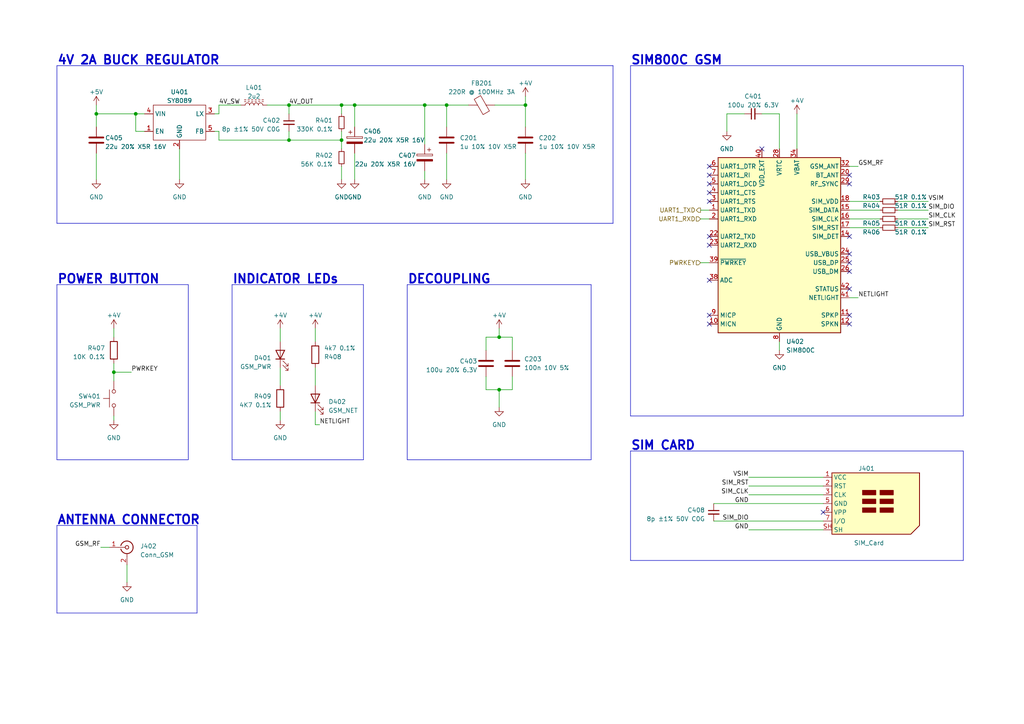
<source format=kicad_sch>
(kicad_sch (version 20230121) (generator eeschema)

  (uuid fcb150fe-11c4-4372-ad5f-937f44963e0b)

  (paper "A4")

  (title_block
    (title "GeoLock")
    (date "2023-06-28")
    (rev "1.1")
    (company "sudo-junkie")
  )

  (lib_symbols
    (symbol "Connector:Conn_Coaxial" (pin_names (offset 1.016) hide) (in_bom yes) (on_board yes)
      (property "Reference" "J" (at 0.254 3.048 0)
        (effects (font (size 1.27 1.27)))
      )
      (property "Value" "Conn_Coaxial" (at 2.921 0 90)
        (effects (font (size 1.27 1.27)))
      )
      (property "Footprint" "" (at 0 0 0)
        (effects (font (size 1.27 1.27)) hide)
      )
      (property "Datasheet" " ~" (at 0 0 0)
        (effects (font (size 1.27 1.27)) hide)
      )
      (property "ki_keywords" "BNC SMA SMB SMC LEMO coaxial connector CINCH RCA" (at 0 0 0)
        (effects (font (size 1.27 1.27)) hide)
      )
      (property "ki_description" "coaxial connector (BNC, SMA, SMB, SMC, Cinch/RCA, LEMO, ...)" (at 0 0 0)
        (effects (font (size 1.27 1.27)) hide)
      )
      (property "ki_fp_filters" "*BNC* *SMA* *SMB* *SMC* *Cinch* *LEMO*" (at 0 0 0)
        (effects (font (size 1.27 1.27)) hide)
      )
      (symbol "Conn_Coaxial_0_1"
        (arc (start -1.778 -0.508) (mid 0.2311 -1.8066) (end 1.778 0)
          (stroke (width 0.254) (type default))
          (fill (type none))
        )
        (polyline
          (pts
            (xy -2.54 0)
            (xy -0.508 0)
          )
          (stroke (width 0) (type default))
          (fill (type none))
        )
        (polyline
          (pts
            (xy 0 -2.54)
            (xy 0 -1.778)
          )
          (stroke (width 0) (type default))
          (fill (type none))
        )
        (circle (center 0 0) (radius 0.508)
          (stroke (width 0.2032) (type default))
          (fill (type none))
        )
        (arc (start 1.778 0) (mid 0.2099 1.8101) (end -1.778 0.508)
          (stroke (width 0.254) (type default))
          (fill (type none))
        )
      )
      (symbol "Conn_Coaxial_1_1"
        (pin passive line (at -5.08 0 0) (length 2.54)
          (name "In" (effects (font (size 1.27 1.27))))
          (number "1" (effects (font (size 1.27 1.27))))
        )
        (pin passive line (at 0 -5.08 90) (length 2.54)
          (name "Ext" (effects (font (size 1.27 1.27))))
          (number "2" (effects (font (size 1.27 1.27))))
        )
      )
    )
    (symbol "Connector:SIM_Card_Shielded" (in_bom yes) (on_board yes)
      (property "Reference" "J" (at -2.54 12.7 0)
        (effects (font (size 1.27 1.27)) (justify right))
      )
      (property "Value" "SIM_Card_Shielded" (at -1.27 10.16 0)
        (effects (font (size 1.27 1.27)) (justify right))
      )
      (property "Footprint" "" (at 0 8.89 0)
        (effects (font (size 1.27 1.27)) hide)
      )
      (property "Datasheet" " ~" (at -1.27 0 0)
        (effects (font (size 1.27 1.27)) hide)
      )
      (property "ki_keywords" "SIM card UICC" (at 0 0 0)
        (effects (font (size 1.27 1.27)) hide)
      )
      (property "ki_description" "SIM Card" (at 0 0 0)
        (effects (font (size 1.27 1.27)) hide)
      )
      (property "ki_fp_filters" "*SIM*Card*Holder*" (at 0 0 0)
        (effects (font (size 1.27 1.27)) hide)
      )
      (symbol "SIM_Card_Shielded_0_1"
        (rectangle (start -1.27 -2.54) (end 2.54 -1.27)
          (stroke (width 0.254) (type default))
          (fill (type outline))
        )
        (rectangle (start -1.27 0) (end 2.54 1.27)
          (stroke (width 0.254) (type default))
          (fill (type outline))
        )
        (rectangle (start -1.27 2.54) (end 2.54 3.81)
          (stroke (width 0.254) (type default))
          (fill (type outline))
        )
        (polyline
          (pts
            (xy -10.16 8.89)
            (xy -10.16 -8.89)
            (xy 12.7 -8.89)
            (xy 15.24 -6.35)
            (xy 15.24 8.89)
            (xy -10.16 8.89)
          )
          (stroke (width 0.254) (type default))
          (fill (type background))
        )
        (rectangle (start 3.81 -1.27) (end 7.62 -2.54)
          (stroke (width 0.254) (type default))
          (fill (type outline))
        )
        (rectangle (start 3.81 0) (end 7.62 1.27)
          (stroke (width 0.254) (type default))
          (fill (type outline))
        )
        (rectangle (start 3.81 2.54) (end 7.62 3.81)
          (stroke (width 0.254) (type default))
          (fill (type outline))
        )
      )
      (symbol "SIM_Card_Shielded_1_1"
        (pin power_in line (at -12.7 7.62 0) (length 2.54)
          (name "VCC" (effects (font (size 1.27 1.27))))
          (number "1" (effects (font (size 1.27 1.27))))
        )
        (pin input line (at -12.7 5.08 0) (length 2.54)
          (name "RST" (effects (font (size 1.27 1.27))))
          (number "2" (effects (font (size 1.27 1.27))))
        )
        (pin input line (at -12.7 2.54 0) (length 2.54)
          (name "CLK" (effects (font (size 1.27 1.27))))
          (number "3" (effects (font (size 1.27 1.27))))
        )
        (pin power_in line (at -12.7 0 0) (length 2.54)
          (name "GND" (effects (font (size 1.27 1.27))))
          (number "5" (effects (font (size 1.27 1.27))))
        )
        (pin input line (at -12.7 -2.54 0) (length 2.54)
          (name "VPP" (effects (font (size 1.27 1.27))))
          (number "6" (effects (font (size 1.27 1.27))))
        )
        (pin bidirectional line (at -12.7 -5.08 0) (length 2.54)
          (name "I/O" (effects (font (size 1.27 1.27))))
          (number "7" (effects (font (size 1.27 1.27))))
        )
        (pin passive line (at -12.7 -7.62 0) (length 2.54)
          (name "SH" (effects (font (size 1.27 1.27))))
          (number "SH" (effects (font (size 1.27 1.27))))
        )
      )
    )
    (symbol "Device:C" (pin_numbers hide) (pin_names (offset 0.254)) (in_bom yes) (on_board yes)
      (property "Reference" "C" (at 0.635 2.54 0)
        (effects (font (size 1.27 1.27)) (justify left))
      )
      (property "Value" "C" (at 0.635 -2.54 0)
        (effects (font (size 1.27 1.27)) (justify left))
      )
      (property "Footprint" "" (at 0.9652 -3.81 0)
        (effects (font (size 1.27 1.27)) hide)
      )
      (property "Datasheet" "~" (at 0 0 0)
        (effects (font (size 1.27 1.27)) hide)
      )
      (property "ki_keywords" "cap capacitor" (at 0 0 0)
        (effects (font (size 1.27 1.27)) hide)
      )
      (property "ki_description" "Unpolarized capacitor" (at 0 0 0)
        (effects (font (size 1.27 1.27)) hide)
      )
      (property "ki_fp_filters" "C_*" (at 0 0 0)
        (effects (font (size 1.27 1.27)) hide)
      )
      (symbol "C_0_1"
        (polyline
          (pts
            (xy -2.032 -0.762)
            (xy 2.032 -0.762)
          )
          (stroke (width 0.508) (type default))
          (fill (type none))
        )
        (polyline
          (pts
            (xy -2.032 0.762)
            (xy 2.032 0.762)
          )
          (stroke (width 0.508) (type default))
          (fill (type none))
        )
      )
      (symbol "C_1_1"
        (pin passive line (at 0 3.81 270) (length 2.794)
          (name "~" (effects (font (size 1.27 1.27))))
          (number "1" (effects (font (size 1.27 1.27))))
        )
        (pin passive line (at 0 -3.81 90) (length 2.794)
          (name "~" (effects (font (size 1.27 1.27))))
          (number "2" (effects (font (size 1.27 1.27))))
        )
      )
    )
    (symbol "Device:C_Polarized" (pin_numbers hide) (pin_names (offset 0.254)) (in_bom yes) (on_board yes)
      (property "Reference" "C" (at 0.635 2.54 0)
        (effects (font (size 1.27 1.27)) (justify left))
      )
      (property "Value" "C_Polarized" (at 0.635 -2.54 0)
        (effects (font (size 1.27 1.27)) (justify left))
      )
      (property "Footprint" "" (at 0.9652 -3.81 0)
        (effects (font (size 1.27 1.27)) hide)
      )
      (property "Datasheet" "~" (at 0 0 0)
        (effects (font (size 1.27 1.27)) hide)
      )
      (property "ki_keywords" "cap capacitor" (at 0 0 0)
        (effects (font (size 1.27 1.27)) hide)
      )
      (property "ki_description" "Polarized capacitor" (at 0 0 0)
        (effects (font (size 1.27 1.27)) hide)
      )
      (property "ki_fp_filters" "CP_*" (at 0 0 0)
        (effects (font (size 1.27 1.27)) hide)
      )
      (symbol "C_Polarized_0_1"
        (rectangle (start -2.286 0.508) (end 2.286 1.016)
          (stroke (width 0) (type default))
          (fill (type none))
        )
        (polyline
          (pts
            (xy -1.778 2.286)
            (xy -0.762 2.286)
          )
          (stroke (width 0) (type default))
          (fill (type none))
        )
        (polyline
          (pts
            (xy -1.27 2.794)
            (xy -1.27 1.778)
          )
          (stroke (width 0) (type default))
          (fill (type none))
        )
        (rectangle (start 2.286 -0.508) (end -2.286 -1.016)
          (stroke (width 0) (type default))
          (fill (type outline))
        )
      )
      (symbol "C_Polarized_1_1"
        (pin passive line (at 0 3.81 270) (length 2.794)
          (name "~" (effects (font (size 1.27 1.27))))
          (number "1" (effects (font (size 1.27 1.27))))
        )
        (pin passive line (at 0 -3.81 90) (length 2.794)
          (name "~" (effects (font (size 1.27 1.27))))
          (number "2" (effects (font (size 1.27 1.27))))
        )
      )
    )
    (symbol "Device:C_Small" (pin_numbers hide) (pin_names (offset 0.254) hide) (in_bom yes) (on_board yes)
      (property "Reference" "C" (at 0.254 1.778 0)
        (effects (font (size 1.27 1.27)) (justify left))
      )
      (property "Value" "C_Small" (at 0.254 -2.032 0)
        (effects (font (size 1.27 1.27)) (justify left))
      )
      (property "Footprint" "" (at 0 0 0)
        (effects (font (size 1.27 1.27)) hide)
      )
      (property "Datasheet" "~" (at 0 0 0)
        (effects (font (size 1.27 1.27)) hide)
      )
      (property "ki_keywords" "capacitor cap" (at 0 0 0)
        (effects (font (size 1.27 1.27)) hide)
      )
      (property "ki_description" "Unpolarized capacitor, small symbol" (at 0 0 0)
        (effects (font (size 1.27 1.27)) hide)
      )
      (property "ki_fp_filters" "C_*" (at 0 0 0)
        (effects (font (size 1.27 1.27)) hide)
      )
      (symbol "C_Small_0_1"
        (polyline
          (pts
            (xy -1.524 -0.508)
            (xy 1.524 -0.508)
          )
          (stroke (width 0.3302) (type default))
          (fill (type none))
        )
        (polyline
          (pts
            (xy -1.524 0.508)
            (xy 1.524 0.508)
          )
          (stroke (width 0.3048) (type default))
          (fill (type none))
        )
      )
      (symbol "C_Small_1_1"
        (pin passive line (at 0 2.54 270) (length 2.032)
          (name "~" (effects (font (size 1.27 1.27))))
          (number "1" (effects (font (size 1.27 1.27))))
        )
        (pin passive line (at 0 -2.54 90) (length 2.032)
          (name "~" (effects (font (size 1.27 1.27))))
          (number "2" (effects (font (size 1.27 1.27))))
        )
      )
    )
    (symbol "Device:FerriteBead" (pin_numbers hide) (pin_names (offset 0)) (in_bom yes) (on_board yes)
      (property "Reference" "FB" (at -3.81 0.635 90)
        (effects (font (size 1.27 1.27)))
      )
      (property "Value" "FerriteBead" (at 3.81 0 90)
        (effects (font (size 1.27 1.27)))
      )
      (property "Footprint" "" (at -1.778 0 90)
        (effects (font (size 1.27 1.27)) hide)
      )
      (property "Datasheet" "~" (at 0 0 0)
        (effects (font (size 1.27 1.27)) hide)
      )
      (property "ki_keywords" "L ferrite bead inductor filter" (at 0 0 0)
        (effects (font (size 1.27 1.27)) hide)
      )
      (property "ki_description" "Ferrite bead" (at 0 0 0)
        (effects (font (size 1.27 1.27)) hide)
      )
      (property "ki_fp_filters" "Inductor_* L_* *Ferrite*" (at 0 0 0)
        (effects (font (size 1.27 1.27)) hide)
      )
      (symbol "FerriteBead_0_1"
        (polyline
          (pts
            (xy 0 -1.27)
            (xy 0 -1.2192)
          )
          (stroke (width 0) (type default))
          (fill (type none))
        )
        (polyline
          (pts
            (xy 0 1.27)
            (xy 0 1.2954)
          )
          (stroke (width 0) (type default))
          (fill (type none))
        )
        (polyline
          (pts
            (xy -2.7686 0.4064)
            (xy -1.7018 2.2606)
            (xy 2.7686 -0.3048)
            (xy 1.6764 -2.159)
            (xy -2.7686 0.4064)
          )
          (stroke (width 0) (type default))
          (fill (type none))
        )
      )
      (symbol "FerriteBead_1_1"
        (pin passive line (at 0 3.81 270) (length 2.54)
          (name "~" (effects (font (size 1.27 1.27))))
          (number "1" (effects (font (size 1.27 1.27))))
        )
        (pin passive line (at 0 -3.81 90) (length 2.54)
          (name "~" (effects (font (size 1.27 1.27))))
          (number "2" (effects (font (size 1.27 1.27))))
        )
      )
    )
    (symbol "Device:LED" (pin_numbers hide) (pin_names (offset 1.016) hide) (in_bom yes) (on_board yes)
      (property "Reference" "D" (at 0 2.54 0)
        (effects (font (size 1.27 1.27)))
      )
      (property "Value" "LED" (at 0 -2.54 0)
        (effects (font (size 1.27 1.27)))
      )
      (property "Footprint" "" (at 0 0 0)
        (effects (font (size 1.27 1.27)) hide)
      )
      (property "Datasheet" "~" (at 0 0 0)
        (effects (font (size 1.27 1.27)) hide)
      )
      (property "ki_keywords" "LED diode" (at 0 0 0)
        (effects (font (size 1.27 1.27)) hide)
      )
      (property "ki_description" "Light emitting diode" (at 0 0 0)
        (effects (font (size 1.27 1.27)) hide)
      )
      (property "ki_fp_filters" "LED* LED_SMD:* LED_THT:*" (at 0 0 0)
        (effects (font (size 1.27 1.27)) hide)
      )
      (symbol "LED_0_1"
        (polyline
          (pts
            (xy -1.27 -1.27)
            (xy -1.27 1.27)
          )
          (stroke (width 0.254) (type default))
          (fill (type none))
        )
        (polyline
          (pts
            (xy -1.27 0)
            (xy 1.27 0)
          )
          (stroke (width 0) (type default))
          (fill (type none))
        )
        (polyline
          (pts
            (xy 1.27 -1.27)
            (xy 1.27 1.27)
            (xy -1.27 0)
            (xy 1.27 -1.27)
          )
          (stroke (width 0.254) (type default))
          (fill (type none))
        )
        (polyline
          (pts
            (xy -3.048 -0.762)
            (xy -4.572 -2.286)
            (xy -3.81 -2.286)
            (xy -4.572 -2.286)
            (xy -4.572 -1.524)
          )
          (stroke (width 0) (type default))
          (fill (type none))
        )
        (polyline
          (pts
            (xy -1.778 -0.762)
            (xy -3.302 -2.286)
            (xy -2.54 -2.286)
            (xy -3.302 -2.286)
            (xy -3.302 -1.524)
          )
          (stroke (width 0) (type default))
          (fill (type none))
        )
      )
      (symbol "LED_1_1"
        (pin passive line (at -3.81 0 0) (length 2.54)
          (name "K" (effects (font (size 1.27 1.27))))
          (number "1" (effects (font (size 1.27 1.27))))
        )
        (pin passive line (at 3.81 0 180) (length 2.54)
          (name "A" (effects (font (size 1.27 1.27))))
          (number "2" (effects (font (size 1.27 1.27))))
        )
      )
    )
    (symbol "Device:L_Ferrite" (pin_numbers hide) (pin_names (offset 1.016) hide) (in_bom yes) (on_board yes)
      (property "Reference" "L" (at -1.27 0 90)
        (effects (font (size 1.27 1.27)))
      )
      (property "Value" "L_Ferrite" (at 2.794 0 90)
        (effects (font (size 1.27 1.27)))
      )
      (property "Footprint" "" (at 0 0 0)
        (effects (font (size 1.27 1.27)) hide)
      )
      (property "Datasheet" "~" (at 0 0 0)
        (effects (font (size 1.27 1.27)) hide)
      )
      (property "ki_keywords" "inductor choke coil reactor magnetic" (at 0 0 0)
        (effects (font (size 1.27 1.27)) hide)
      )
      (property "ki_description" "Inductor with ferrite core" (at 0 0 0)
        (effects (font (size 1.27 1.27)) hide)
      )
      (property "ki_fp_filters" "Choke_* *Coil* Inductor_* L_*" (at 0 0 0)
        (effects (font (size 1.27 1.27)) hide)
      )
      (symbol "L_Ferrite_0_1"
        (arc (start 0 -2.54) (mid 0.6323 -1.905) (end 0 -1.27)
          (stroke (width 0) (type default))
          (fill (type none))
        )
        (arc (start 0 -1.27) (mid 0.6323 -0.635) (end 0 0)
          (stroke (width 0) (type default))
          (fill (type none))
        )
        (polyline
          (pts
            (xy 1.016 -2.794)
            (xy 1.016 -2.286)
          )
          (stroke (width 0) (type default))
          (fill (type none))
        )
        (polyline
          (pts
            (xy 1.016 -1.778)
            (xy 1.016 -1.27)
          )
          (stroke (width 0) (type default))
          (fill (type none))
        )
        (polyline
          (pts
            (xy 1.016 -0.762)
            (xy 1.016 -0.254)
          )
          (stroke (width 0) (type default))
          (fill (type none))
        )
        (polyline
          (pts
            (xy 1.016 0.254)
            (xy 1.016 0.762)
          )
          (stroke (width 0) (type default))
          (fill (type none))
        )
        (polyline
          (pts
            (xy 1.016 1.27)
            (xy 1.016 1.778)
          )
          (stroke (width 0) (type default))
          (fill (type none))
        )
        (polyline
          (pts
            (xy 1.016 2.286)
            (xy 1.016 2.794)
          )
          (stroke (width 0) (type default))
          (fill (type none))
        )
        (polyline
          (pts
            (xy 1.524 -2.286)
            (xy 1.524 -2.794)
          )
          (stroke (width 0) (type default))
          (fill (type none))
        )
        (polyline
          (pts
            (xy 1.524 -1.27)
            (xy 1.524 -1.778)
          )
          (stroke (width 0) (type default))
          (fill (type none))
        )
        (polyline
          (pts
            (xy 1.524 -0.254)
            (xy 1.524 -0.762)
          )
          (stroke (width 0) (type default))
          (fill (type none))
        )
        (polyline
          (pts
            (xy 1.524 0.762)
            (xy 1.524 0.254)
          )
          (stroke (width 0) (type default))
          (fill (type none))
        )
        (polyline
          (pts
            (xy 1.524 1.778)
            (xy 1.524 1.27)
          )
          (stroke (width 0) (type default))
          (fill (type none))
        )
        (polyline
          (pts
            (xy 1.524 2.794)
            (xy 1.524 2.286)
          )
          (stroke (width 0) (type default))
          (fill (type none))
        )
        (arc (start 0 0) (mid 0.6323 0.635) (end 0 1.27)
          (stroke (width 0) (type default))
          (fill (type none))
        )
        (arc (start 0 1.27) (mid 0.6323 1.905) (end 0 2.54)
          (stroke (width 0) (type default))
          (fill (type none))
        )
      )
      (symbol "L_Ferrite_1_1"
        (pin passive line (at 0 3.81 270) (length 1.27)
          (name "1" (effects (font (size 1.27 1.27))))
          (number "1" (effects (font (size 1.27 1.27))))
        )
        (pin passive line (at 0 -3.81 90) (length 1.27)
          (name "2" (effects (font (size 1.27 1.27))))
          (number "2" (effects (font (size 1.27 1.27))))
        )
      )
    )
    (symbol "Device:R" (pin_numbers hide) (pin_names (offset 0)) (in_bom yes) (on_board yes)
      (property "Reference" "R" (at 2.032 0 90)
        (effects (font (size 1.27 1.27)))
      )
      (property "Value" "R" (at 0 0 90)
        (effects (font (size 1.27 1.27)))
      )
      (property "Footprint" "" (at -1.778 0 90)
        (effects (font (size 1.27 1.27)) hide)
      )
      (property "Datasheet" "~" (at 0 0 0)
        (effects (font (size 1.27 1.27)) hide)
      )
      (property "ki_keywords" "R res resistor" (at 0 0 0)
        (effects (font (size 1.27 1.27)) hide)
      )
      (property "ki_description" "Resistor" (at 0 0 0)
        (effects (font (size 1.27 1.27)) hide)
      )
      (property "ki_fp_filters" "R_*" (at 0 0 0)
        (effects (font (size 1.27 1.27)) hide)
      )
      (symbol "R_0_1"
        (rectangle (start -1.016 -2.54) (end 1.016 2.54)
          (stroke (width 0.254) (type default))
          (fill (type none))
        )
      )
      (symbol "R_1_1"
        (pin passive line (at 0 3.81 270) (length 1.27)
          (name "~" (effects (font (size 1.27 1.27))))
          (number "1" (effects (font (size 1.27 1.27))))
        )
        (pin passive line (at 0 -3.81 90) (length 1.27)
          (name "~" (effects (font (size 1.27 1.27))))
          (number "2" (effects (font (size 1.27 1.27))))
        )
      )
    )
    (symbol "Device:R_Small" (pin_numbers hide) (pin_names (offset 0.254) hide) (in_bom yes) (on_board yes)
      (property "Reference" "R" (at 0.762 0.508 0)
        (effects (font (size 1.27 1.27)) (justify left))
      )
      (property "Value" "R_Small" (at 0.762 -1.016 0)
        (effects (font (size 1.27 1.27)) (justify left))
      )
      (property "Footprint" "" (at 0 0 0)
        (effects (font (size 1.27 1.27)) hide)
      )
      (property "Datasheet" "~" (at 0 0 0)
        (effects (font (size 1.27 1.27)) hide)
      )
      (property "ki_keywords" "R resistor" (at 0 0 0)
        (effects (font (size 1.27 1.27)) hide)
      )
      (property "ki_description" "Resistor, small symbol" (at 0 0 0)
        (effects (font (size 1.27 1.27)) hide)
      )
      (property "ki_fp_filters" "R_*" (at 0 0 0)
        (effects (font (size 1.27 1.27)) hide)
      )
      (symbol "R_Small_0_1"
        (rectangle (start -0.762 1.778) (end 0.762 -1.778)
          (stroke (width 0.2032) (type default))
          (fill (type none))
        )
      )
      (symbol "R_Small_1_1"
        (pin passive line (at 0 2.54 270) (length 0.762)
          (name "~" (effects (font (size 1.27 1.27))))
          (number "1" (effects (font (size 1.27 1.27))))
        )
        (pin passive line (at 0 -2.54 90) (length 0.762)
          (name "~" (effects (font (size 1.27 1.27))))
          (number "2" (effects (font (size 1.27 1.27))))
        )
      )
    )
    (symbol "My_Regulator_Switching:SY8089" (in_bom yes) (on_board yes)
      (property "Reference" "U" (at 3.81 6.35 0)
        (effects (font (size 1.27 1.27)))
      )
      (property "Value" "SY8089" (at 6.35 -6.35 0)
        (effects (font (size 1.27 1.27)))
      )
      (property "Footprint" "Package_TO_SOT_SMD:SOT-23-5" (at 0 0 0)
        (effects (font (size 1.27 1.27)) hide)
      )
      (property "Datasheet" "" (at 0 0 0)
        (effects (font (size 1.27 1.27)) hide)
      )
      (symbol "SY8089_0_1"
        (rectangle (start -7.62 5.08) (end 7.62 -5.08)
          (stroke (width 0) (type default))
          (fill (type none))
        )
      )
      (symbol "SY8089_1_1"
        (pin input line (at -10.16 -2.54 0) (length 2.54)
          (name "EN" (effects (font (size 1.27 1.27))))
          (number "1" (effects (font (size 1.27 1.27))))
        )
        (pin passive line (at 0 -7.62 90) (length 2.54)
          (name "GND" (effects (font (size 1.27 1.27))))
          (number "2" (effects (font (size 1.27 1.27))))
        )
        (pin output line (at 10.16 2.54 180) (length 2.54)
          (name "LX" (effects (font (size 1.27 1.27))))
          (number "3" (effects (font (size 1.27 1.27))))
        )
        (pin input line (at -10.16 2.54 0) (length 2.54)
          (name "VIN" (effects (font (size 1.27 1.27))))
          (number "4" (effects (font (size 1.27 1.27))))
        )
        (pin input line (at 10.16 -2.54 180) (length 2.54)
          (name "FB" (effects (font (size 1.27 1.27))))
          (number "5" (effects (font (size 1.27 1.27))))
        )
      )
    )
    (symbol "RF_GSM:SIM800C" (in_bom yes) (on_board yes)
      (property "Reference" "U" (at -15.24 26.67 0)
        (effects (font (size 1.27 1.27)))
      )
      (property "Value" "SIM800C" (at 12.7 26.67 0)
        (effects (font (size 1.27 1.27)))
      )
      (property "Footprint" "RF_GSM:SIMCom_SIM800C" (at 13.97 -26.67 0)
        (effects (font (size 1.27 1.27)) hide)
      )
      (property "Datasheet" "http://simcom.ee/documents/SIM800C/SIM800C_Hardware_Design_V1.05.pdf" (at -118.11 -59.69 0)
        (effects (font (size 1.27 1.27)) hide)
      )
      (property "ki_keywords" "GSM GPRS Quad-Band SMS" (at 0 0 0)
        (effects (font (size 1.27 1.27)) hide)
      )
      (property "ki_description" "GSM Quad-Band Communication Module, GPRS, Audio Engine, AT Command Set, Bluetooth is Optional" (at 0 0 0)
        (effects (font (size 1.27 1.27)) hide)
      )
      (property "ki_fp_filters" "SIMCom*SIM800C*" (at 0 0 0)
        (effects (font (size 1.27 1.27)) hide)
      )
      (symbol "SIM800C_0_1"
        (rectangle (start -17.78 25.4) (end 17.78 -25.4)
          (stroke (width 0.254) (type default))
          (fill (type background))
        )
      )
      (symbol "SIM800C_1_1"
        (pin output line (at -20.32 10.16 0) (length 2.54)
          (name "UART1_TXD" (effects (font (size 1.27 1.27))))
          (number "1" (effects (font (size 1.27 1.27))))
        )
        (pin input line (at -20.32 -22.86 0) (length 2.54)
          (name "MICN" (effects (font (size 1.27 1.27))))
          (number "10" (effects (font (size 1.27 1.27))))
        )
        (pin output line (at 20.32 -20.32 180) (length 2.54)
          (name "SPKP" (effects (font (size 1.27 1.27))))
          (number "11" (effects (font (size 1.27 1.27))))
        )
        (pin output line (at 20.32 -22.86 180) (length 2.54)
          (name "SPKN" (effects (font (size 1.27 1.27))))
          (number "12" (effects (font (size 1.27 1.27))))
        )
        (pin passive line (at 0 -27.94 90) (length 2.54) hide
          (name "GND" (effects (font (size 1.27 1.27))))
          (number "13" (effects (font (size 1.27 1.27))))
        )
        (pin input line (at 20.32 2.54 180) (length 2.54)
          (name "SIM_DET" (effects (font (size 1.27 1.27))))
          (number "14" (effects (font (size 1.27 1.27))))
        )
        (pin bidirectional line (at 20.32 10.16 180) (length 2.54)
          (name "SIM_DATA" (effects (font (size 1.27 1.27))))
          (number "15" (effects (font (size 1.27 1.27))))
        )
        (pin output line (at 20.32 7.62 180) (length 2.54)
          (name "SIM_CLK" (effects (font (size 1.27 1.27))))
          (number "16" (effects (font (size 1.27 1.27))))
        )
        (pin output line (at 20.32 5.08 180) (length 2.54)
          (name "SIM_RST" (effects (font (size 1.27 1.27))))
          (number "17" (effects (font (size 1.27 1.27))))
        )
        (pin power_out line (at 20.32 12.7 180) (length 2.54)
          (name "SIM_VDD" (effects (font (size 1.27 1.27))))
          (number "18" (effects (font (size 1.27 1.27))))
        )
        (pin passive line (at 0 -27.94 90) (length 2.54) hide
          (name "GND" (effects (font (size 1.27 1.27))))
          (number "19" (effects (font (size 1.27 1.27))))
        )
        (pin input line (at -20.32 7.62 0) (length 2.54)
          (name "UART1_RXD" (effects (font (size 1.27 1.27))))
          (number "2" (effects (font (size 1.27 1.27))))
        )
        (pin passive line (at 20.32 20.32 180) (length 2.54)
          (name "BT_ANT" (effects (font (size 1.27 1.27))))
          (number "20" (effects (font (size 1.27 1.27))))
        )
        (pin passive line (at 0 -27.94 90) (length 2.54) hide
          (name "GND" (effects (font (size 1.27 1.27))))
          (number "21" (effects (font (size 1.27 1.27))))
        )
        (pin output line (at -20.32 2.54 0) (length 2.54)
          (name "UART2_TXD" (effects (font (size 1.27 1.27))))
          (number "22" (effects (font (size 1.27 1.27))))
        )
        (pin input line (at -20.32 0 0) (length 2.54)
          (name "UART2_RXD" (effects (font (size 1.27 1.27))))
          (number "23" (effects (font (size 1.27 1.27))))
        )
        (pin input line (at 20.32 -2.54 180) (length 2.54)
          (name "USB_VBUS" (effects (font (size 1.27 1.27))))
          (number "24" (effects (font (size 1.27 1.27))))
        )
        (pin bidirectional line (at 20.32 -5.08 180) (length 2.54)
          (name "USB_DP" (effects (font (size 1.27 1.27))))
          (number "25" (effects (font (size 1.27 1.27))))
        )
        (pin bidirectional line (at 20.32 -7.62 180) (length 2.54)
          (name "USB_DM" (effects (font (size 1.27 1.27))))
          (number "26" (effects (font (size 1.27 1.27))))
        )
        (pin passive line (at 0 -27.94 90) (length 2.54) hide
          (name "GND" (effects (font (size 1.27 1.27))))
          (number "27" (effects (font (size 1.27 1.27))))
        )
        (pin power_in line (at 0 27.94 270) (length 2.54)
          (name "VRTC" (effects (font (size 1.27 1.27))))
          (number "28" (effects (font (size 1.27 1.27))))
        )
        (pin output line (at 20.32 17.78 180) (length 2.54)
          (name "RF_SYNC" (effects (font (size 1.27 1.27))))
          (number "29" (effects (font (size 1.27 1.27))))
        )
        (pin input line (at -20.32 12.7 0) (length 2.54)
          (name "UART1_RTS" (effects (font (size 1.27 1.27))))
          (number "3" (effects (font (size 1.27 1.27))))
        )
        (pin passive line (at 0 -27.94 90) (length 2.54) hide
          (name "GND" (effects (font (size 1.27 1.27))))
          (number "30" (effects (font (size 1.27 1.27))))
        )
        (pin passive line (at 0 -27.94 90) (length 2.54) hide
          (name "GND" (effects (font (size 1.27 1.27))))
          (number "31" (effects (font (size 1.27 1.27))))
        )
        (pin passive line (at 20.32 22.86 180) (length 2.54)
          (name "GSM_ANT" (effects (font (size 1.27 1.27))))
          (number "32" (effects (font (size 1.27 1.27))))
        )
        (pin passive line (at 0 -27.94 90) (length 2.54) hide
          (name "GND" (effects (font (size 1.27 1.27))))
          (number "33" (effects (font (size 1.27 1.27))))
        )
        (pin power_in line (at 5.08 27.94 270) (length 2.54)
          (name "VBAT" (effects (font (size 1.27 1.27))))
          (number "34" (effects (font (size 1.27 1.27))))
        )
        (pin passive line (at 5.08 27.94 270) (length 2.54) hide
          (name "VBAT" (effects (font (size 1.27 1.27))))
          (number "35" (effects (font (size 1.27 1.27))))
        )
        (pin passive line (at 0 -27.94 90) (length 2.54) hide
          (name "GND" (effects (font (size 1.27 1.27))))
          (number "36" (effects (font (size 1.27 1.27))))
        )
        (pin passive line (at 0 -27.94 90) (length 2.54) hide
          (name "GND" (effects (font (size 1.27 1.27))))
          (number "37" (effects (font (size 1.27 1.27))))
        )
        (pin input line (at -20.32 -10.16 0) (length 2.54)
          (name "ADC" (effects (font (size 1.27 1.27))))
          (number "38" (effects (font (size 1.27 1.27))))
        )
        (pin input line (at -20.32 -5.08 0) (length 2.54)
          (name "~{PWRKEY}" (effects (font (size 1.27 1.27))))
          (number "39" (effects (font (size 1.27 1.27))))
        )
        (pin output line (at -20.32 15.24 0) (length 2.54)
          (name "UART1_CTS" (effects (font (size 1.27 1.27))))
          (number "4" (effects (font (size 1.27 1.27))))
        )
        (pin power_out line (at -5.08 27.94 270) (length 2.54)
          (name "VDD_EXT" (effects (font (size 1.27 1.27))))
          (number "40" (effects (font (size 1.27 1.27))))
        )
        (pin output line (at 20.32 -15.24 180) (length 2.54)
          (name "NETLIGHT" (effects (font (size 1.27 1.27))))
          (number "41" (effects (font (size 1.27 1.27))))
        )
        (pin output line (at 20.32 -12.7 180) (length 2.54)
          (name "STATUS" (effects (font (size 1.27 1.27))))
          (number "42" (effects (font (size 1.27 1.27))))
        )
        (pin output line (at -20.32 17.78 0) (length 2.54)
          (name "UART1_DCD" (effects (font (size 1.27 1.27))))
          (number "5" (effects (font (size 1.27 1.27))))
        )
        (pin input line (at -20.32 22.86 0) (length 2.54)
          (name "UART1_DTR" (effects (font (size 1.27 1.27))))
          (number "6" (effects (font (size 1.27 1.27))))
        )
        (pin output line (at -20.32 20.32 0) (length 2.54)
          (name "UART1_RI" (effects (font (size 1.27 1.27))))
          (number "7" (effects (font (size 1.27 1.27))))
        )
        (pin power_in line (at 0 -27.94 90) (length 2.54)
          (name "GND" (effects (font (size 1.27 1.27))))
          (number "8" (effects (font (size 1.27 1.27))))
        )
        (pin input line (at -20.32 -20.32 0) (length 2.54)
          (name "MICP" (effects (font (size 1.27 1.27))))
          (number "9" (effects (font (size 1.27 1.27))))
        )
      )
    )
    (symbol "Switch:SW_Push" (pin_numbers hide) (pin_names (offset 1.016) hide) (in_bom yes) (on_board yes)
      (property "Reference" "SW" (at 1.27 2.54 0)
        (effects (font (size 1.27 1.27)) (justify left))
      )
      (property "Value" "SW_Push" (at 0 -1.524 0)
        (effects (font (size 1.27 1.27)))
      )
      (property "Footprint" "" (at 0 5.08 0)
        (effects (font (size 1.27 1.27)) hide)
      )
      (property "Datasheet" "~" (at 0 5.08 0)
        (effects (font (size 1.27 1.27)) hide)
      )
      (property "ki_keywords" "switch normally-open pushbutton push-button" (at 0 0 0)
        (effects (font (size 1.27 1.27)) hide)
      )
      (property "ki_description" "Push button switch, generic, two pins" (at 0 0 0)
        (effects (font (size 1.27 1.27)) hide)
      )
      (symbol "SW_Push_0_1"
        (circle (center -2.032 0) (radius 0.508)
          (stroke (width 0) (type default))
          (fill (type none))
        )
        (polyline
          (pts
            (xy 0 1.27)
            (xy 0 3.048)
          )
          (stroke (width 0) (type default))
          (fill (type none))
        )
        (polyline
          (pts
            (xy 2.54 1.27)
            (xy -2.54 1.27)
          )
          (stroke (width 0) (type default))
          (fill (type none))
        )
        (circle (center 2.032 0) (radius 0.508)
          (stroke (width 0) (type default))
          (fill (type none))
        )
        (pin passive line (at -5.08 0 0) (length 2.54)
          (name "1" (effects (font (size 1.27 1.27))))
          (number "1" (effects (font (size 1.27 1.27))))
        )
        (pin passive line (at 5.08 0 180) (length 2.54)
          (name "2" (effects (font (size 1.27 1.27))))
          (number "2" (effects (font (size 1.27 1.27))))
        )
      )
    )
    (symbol "power:+4V" (power) (pin_names (offset 0)) (in_bom yes) (on_board yes)
      (property "Reference" "#PWR" (at 0 -3.81 0)
        (effects (font (size 1.27 1.27)) hide)
      )
      (property "Value" "+4V" (at 0 3.556 0)
        (effects (font (size 1.27 1.27)))
      )
      (property "Footprint" "" (at 0 0 0)
        (effects (font (size 1.27 1.27)) hide)
      )
      (property "Datasheet" "" (at 0 0 0)
        (effects (font (size 1.27 1.27)) hide)
      )
      (property "ki_keywords" "global power" (at 0 0 0)
        (effects (font (size 1.27 1.27)) hide)
      )
      (property "ki_description" "Power symbol creates a global label with name \"+4V\"" (at 0 0 0)
        (effects (font (size 1.27 1.27)) hide)
      )
      (symbol "+4V_0_1"
        (polyline
          (pts
            (xy -0.762 1.27)
            (xy 0 2.54)
          )
          (stroke (width 0) (type default))
          (fill (type none))
        )
        (polyline
          (pts
            (xy 0 0)
            (xy 0 2.54)
          )
          (stroke (width 0) (type default))
          (fill (type none))
        )
        (polyline
          (pts
            (xy 0 2.54)
            (xy 0.762 1.27)
          )
          (stroke (width 0) (type default))
          (fill (type none))
        )
      )
      (symbol "+4V_1_1"
        (pin power_in line (at 0 0 90) (length 0) hide
          (name "+4V" (effects (font (size 1.27 1.27))))
          (number "1" (effects (font (size 1.27 1.27))))
        )
      )
    )
    (symbol "power:+5V" (power) (pin_names (offset 0)) (in_bom yes) (on_board yes)
      (property "Reference" "#PWR" (at 0 -3.81 0)
        (effects (font (size 1.27 1.27)) hide)
      )
      (property "Value" "+5V" (at 0 3.556 0)
        (effects (font (size 1.27 1.27)))
      )
      (property "Footprint" "" (at 0 0 0)
        (effects (font (size 1.27 1.27)) hide)
      )
      (property "Datasheet" "" (at 0 0 0)
        (effects (font (size 1.27 1.27)) hide)
      )
      (property "ki_keywords" "global power" (at 0 0 0)
        (effects (font (size 1.27 1.27)) hide)
      )
      (property "ki_description" "Power symbol creates a global label with name \"+5V\"" (at 0 0 0)
        (effects (font (size 1.27 1.27)) hide)
      )
      (symbol "+5V_0_1"
        (polyline
          (pts
            (xy -0.762 1.27)
            (xy 0 2.54)
          )
          (stroke (width 0) (type default))
          (fill (type none))
        )
        (polyline
          (pts
            (xy 0 0)
            (xy 0 2.54)
          )
          (stroke (width 0) (type default))
          (fill (type none))
        )
        (polyline
          (pts
            (xy 0 2.54)
            (xy 0.762 1.27)
          )
          (stroke (width 0) (type default))
          (fill (type none))
        )
      )
      (symbol "+5V_1_1"
        (pin power_in line (at 0 0 90) (length 0) hide
          (name "+5V" (effects (font (size 1.27 1.27))))
          (number "1" (effects (font (size 1.27 1.27))))
        )
      )
    )
    (symbol "power:GND" (power) (pin_names (offset 0)) (in_bom yes) (on_board yes)
      (property "Reference" "#PWR" (at 0 -6.35 0)
        (effects (font (size 1.27 1.27)) hide)
      )
      (property "Value" "GND" (at 0 -3.81 0)
        (effects (font (size 1.27 1.27)))
      )
      (property "Footprint" "" (at 0 0 0)
        (effects (font (size 1.27 1.27)) hide)
      )
      (property "Datasheet" "" (at 0 0 0)
        (effects (font (size 1.27 1.27)) hide)
      )
      (property "ki_keywords" "global power" (at 0 0 0)
        (effects (font (size 1.27 1.27)) hide)
      )
      (property "ki_description" "Power symbol creates a global label with name \"GND\" , ground" (at 0 0 0)
        (effects (font (size 1.27 1.27)) hide)
      )
      (symbol "GND_0_1"
        (polyline
          (pts
            (xy 0 0)
            (xy 0 -1.27)
            (xy 1.27 -1.27)
            (xy 0 -2.54)
            (xy -1.27 -1.27)
            (xy 0 -1.27)
          )
          (stroke (width 0) (type default))
          (fill (type none))
        )
      )
      (symbol "GND_1_1"
        (pin power_in line (at 0 0 270) (length 0) hide
          (name "GND" (effects (font (size 1.27 1.27))))
          (number "1" (effects (font (size 1.27 1.27))))
        )
      )
    )
  )

  (junction (at 83.82 30.48) (diameter 0) (color 0 0 0 0)
    (uuid 087b6b98-268f-49fe-af53-df01557c8605)
  )
  (junction (at 144.78 97.79) (diameter 0) (color 0 0 0 0)
    (uuid 1b6dda6b-53c6-4f35-b528-e892b546470b)
  )
  (junction (at 39.37 33.02) (diameter 0) (color 0 0 0 0)
    (uuid 444d2ba2-e990-4140-b30e-4b5eb7715fe3)
  )
  (junction (at 102.87 30.48) (diameter 0) (color 0 0 0 0)
    (uuid 45b6e4ba-fbba-4b51-bf30-70d0afdc152f)
  )
  (junction (at 99.06 30.48) (diameter 0) (color 0 0 0 0)
    (uuid 50f3dbe3-2182-404b-a864-9292d58bacc9)
  )
  (junction (at 99.06 40.64) (diameter 0) (color 0 0 0 0)
    (uuid 5e3f5574-f7f3-4ff7-b294-7dd647ad745c)
  )
  (junction (at 27.94 33.02) (diameter 0) (color 0 0 0 0)
    (uuid 6c6a3484-515e-4b16-a11f-c9430c296986)
  )
  (junction (at 129.54 30.48) (diameter 0) (color 0 0 0 0)
    (uuid a4ee8841-ad71-4f94-9f56-4b1c62d019eb)
  )
  (junction (at 152.4 30.48) (diameter 0) (color 0 0 0 0)
    (uuid a5cb2926-79fa-4465-8b4b-c9acea8c90c6)
  )
  (junction (at 83.82 40.64) (diameter 0) (color 0 0 0 0)
    (uuid a9352ca9-62fe-4c05-bdf0-94533a4536b2)
  )
  (junction (at 144.78 113.03) (diameter 0) (color 0 0 0 0)
    (uuid c34dfd93-bf4e-4706-a795-d4b351355beb)
  )
  (junction (at 33.02 107.95) (diameter 0) (color 0 0 0 0)
    (uuid f0ee7a23-1d9c-4aae-b981-294dda32898c)
  )
  (junction (at 123.19 30.48) (diameter 0) (color 0 0 0 0)
    (uuid f6c5e9a5-5a88-40bb-b3f0-ea9640af6de8)
  )

  (no_connect (at 246.38 53.34) (uuid 016020f4-3cc6-429f-b18e-c277de8da174))
  (no_connect (at 205.74 53.34) (uuid 086e6993-a77f-4fc4-b138-ae773648ef1d))
  (no_connect (at 205.74 93.98) (uuid 15600501-6dca-4c4b-be25-86b54fea92cf))
  (no_connect (at 220.98 43.18) (uuid 21aa3802-815f-4f92-bdf6-029fc65d0eac))
  (no_connect (at 246.38 78.74) (uuid 3625aa6d-52cf-4029-a3ed-d8ce9493d004))
  (no_connect (at 205.74 50.8) (uuid 403a13fd-19d5-4489-85d5-f9de5f4270a7))
  (no_connect (at 246.38 91.44) (uuid 40b3f94d-39bb-4652-8141-6ec6ac28be80))
  (no_connect (at 246.38 73.66) (uuid 491bb717-c5d4-43bf-a847-b4ed202e2137))
  (no_connect (at 246.38 68.58) (uuid 5da35829-49ef-46ac-b065-597b3e3d2daa))
  (no_connect (at 205.74 68.58) (uuid 5ee7d845-79d8-4e50-944c-68e67503e52e))
  (no_connect (at 238.76 148.59) (uuid 7955ce58-1a40-4b6b-af9b-27c3203d28b0))
  (no_connect (at 246.38 50.8) (uuid 8abb1ada-5f33-431e-a2e6-21b48db2b790))
  (no_connect (at 205.74 81.28) (uuid 8dfa84bf-cc6f-4683-b67d-ea5be7108e07))
  (no_connect (at 205.74 55.88) (uuid 9cfc7017-28de-4c2a-b1ee-d6d2be5a6759))
  (no_connect (at 246.38 93.98) (uuid 9dd66a19-affc-4903-80e6-1d11e74a48c1))
  (no_connect (at 205.74 48.26) (uuid aa4f9089-e3b4-45ab-9e0a-83904664b2e0))
  (no_connect (at 246.38 83.82) (uuid b79f8632-3a01-4c74-8ff4-781b96940b33))
  (no_connect (at 205.74 71.12) (uuid dc5801f1-cc7d-4e5c-b7ae-bfb3aaaa7d09))
  (no_connect (at 205.74 91.44) (uuid dde4fe7c-dbc6-4353-b3c3-8453c185bccb))
  (no_connect (at 205.74 58.42) (uuid f17d589f-413c-4195-9043-7f4a5b271472))
  (no_connect (at 246.38 76.2) (uuid f7885f89-6d11-4baf-8f03-afdd2b500767))

  (wire (pts (xy 260.35 63.5) (xy 269.24 63.5))
    (stroke (width 0) (type default))
    (uuid 08157daa-1603-4003-98d6-c96b57ed26f8)
  )
  (wire (pts (xy 246.38 58.42) (xy 255.27 58.42))
    (stroke (width 0) (type default))
    (uuid 08881e05-e691-4ee6-97dd-10cd9b8bd45a)
  )
  (wire (pts (xy 102.87 30.48) (xy 102.87 36.83))
    (stroke (width 0) (type default))
    (uuid 098898da-3d21-4bb2-9cc0-b7ece2ac7c56)
  )
  (polyline (pts (xy 57.15 152.4) (xy 57.15 177.8))
    (stroke (width 0) (type default))
    (uuid 0f956c43-367d-43a0-a2d3-cf929065f18d)
  )
  (polyline (pts (xy 279.4 130.81) (xy 279.4 162.56))
    (stroke (width 0) (type default))
    (uuid 1024134a-6586-4633-82fb-d4dd0ed30817)
  )

  (wire (pts (xy 226.06 99.06) (xy 226.06 101.6))
    (stroke (width 0) (type default))
    (uuid 13285226-d9db-4956-abee-0387594497f0)
  )
  (wire (pts (xy 33.02 95.25) (xy 33.02 97.79))
    (stroke (width 0) (type default))
    (uuid 14db7498-a982-49fe-b306-46e7473f8f6c)
  )
  (wire (pts (xy 217.17 140.97) (xy 238.76 140.97))
    (stroke (width 0) (type default))
    (uuid 1604b044-d75e-4b41-86b3-4a3082af6d38)
  )
  (wire (pts (xy 246.38 63.5) (xy 255.27 63.5))
    (stroke (width 0) (type default))
    (uuid 1655d712-4d35-4e9e-b0ca-2607bef29c97)
  )
  (wire (pts (xy 99.06 30.48) (xy 83.82 30.48))
    (stroke (width 0) (type default))
    (uuid 16a4077e-0933-4995-836c-f655410b7ff2)
  )
  (polyline (pts (xy 54.61 133.35) (xy 16.51 133.35))
    (stroke (width 0) (type default))
    (uuid 1a17f543-b1ed-4359-a69e-99c0790b456a)
  )

  (wire (pts (xy 217.17 153.67) (xy 238.76 153.67))
    (stroke (width 0) (type default))
    (uuid 1a276e22-bc71-4980-bc9a-f8c0cd06f18e)
  )
  (wire (pts (xy 123.19 30.48) (xy 129.54 30.48))
    (stroke (width 0) (type default))
    (uuid 1a2b2f3a-c540-4091-9b3a-4a9b037377f8)
  )
  (polyline (pts (xy 67.31 82.55) (xy 67.31 133.35))
    (stroke (width 0) (type default))
    (uuid 1c5ee468-0c3e-4e5f-a87e-ebe8208f9ce7)
  )

  (wire (pts (xy 27.94 44.45) (xy 27.94 52.07))
    (stroke (width 0) (type default))
    (uuid 1ebf83c1-51ae-4246-9132-3ec00ccdf0af)
  )
  (polyline (pts (xy 182.88 19.05) (xy 279.4 19.05))
    (stroke (width 0) (type default))
    (uuid 1f954422-5f64-4448-835c-cada9e24e069)
  )

  (wire (pts (xy 33.02 105.41) (xy 33.02 107.95))
    (stroke (width 0) (type default))
    (uuid 20439074-e261-4dd6-a443-39d42dd03951)
  )
  (wire (pts (xy 81.28 106.68) (xy 81.28 111.76))
    (stroke (width 0) (type default))
    (uuid 2336bb87-3eeb-4e61-894d-e5471bdbc1d5)
  )
  (polyline (pts (xy 16.51 19.05) (xy 177.8 19.05))
    (stroke (width 0) (type default))
    (uuid 25730da9-7f57-4526-b43d-f377217d0142)
  )

  (wire (pts (xy 91.44 95.25) (xy 91.44 99.06))
    (stroke (width 0) (type default))
    (uuid 26163954-bdf2-4026-bca6-991ac018b6f2)
  )
  (wire (pts (xy 41.91 38.1) (xy 39.37 38.1))
    (stroke (width 0) (type default))
    (uuid 26ef5f3b-c649-40a5-ad85-c5a809d447c1)
  )
  (polyline (pts (xy 16.51 64.77) (xy 177.8 64.77))
    (stroke (width 0) (type default))
    (uuid 279de0df-7ed3-4a6e-9f73-ad9ff8963704)
  )

  (wire (pts (xy 207.01 146.05) (xy 238.76 146.05))
    (stroke (width 0) (type default))
    (uuid 28addef3-c88b-4802-92ee-66f374cc0a10)
  )
  (wire (pts (xy 102.87 44.45) (xy 102.87 52.07))
    (stroke (width 0) (type default))
    (uuid 294d3c46-e5c9-4f49-9da1-28e58a3380bb)
  )
  (polyline (pts (xy 54.61 82.55) (xy 54.61 133.35))
    (stroke (width 0) (type default))
    (uuid 2a70d2ba-d6d5-449a-b64b-942342553452)
  )

  (wire (pts (xy 52.07 43.18) (xy 52.07 52.07))
    (stroke (width 0) (type default))
    (uuid 2a75a547-382b-44c8-b711-ef2f5ed690ca)
  )
  (polyline (pts (xy 182.88 130.81) (xy 182.88 162.56))
    (stroke (width 0) (type default))
    (uuid 2b455dd0-e544-4b6f-bc15-161ab150a790)
  )

  (wire (pts (xy 140.97 97.79) (xy 144.78 97.79))
    (stroke (width 0) (type default))
    (uuid 373557ef-6202-4d0a-b456-81c47caeec68)
  )
  (wire (pts (xy 33.02 120.65) (xy 33.02 121.92))
    (stroke (width 0) (type default))
    (uuid 390881d5-d4fa-44e4-b481-cbe023b6f670)
  )
  (wire (pts (xy 77.47 30.48) (xy 83.82 30.48))
    (stroke (width 0) (type default))
    (uuid 3a1d3e5a-439e-4bbc-92d9-e8c3b0e9ca30)
  )
  (wire (pts (xy 102.87 30.48) (xy 123.19 30.48))
    (stroke (width 0) (type default))
    (uuid 3d8c4728-3f97-44ba-84f7-a432a58b1419)
  )
  (wire (pts (xy 152.4 44.45) (xy 152.4 52.07))
    (stroke (width 0) (type default))
    (uuid 3e3d12b7-b84c-4ebf-a290-376760184a6b)
  )
  (wire (pts (xy 39.37 38.1) (xy 39.37 33.02))
    (stroke (width 0) (type default))
    (uuid 40daa072-2481-49ab-90f1-a52490427a64)
  )
  (polyline (pts (xy 279.4 120.65) (xy 182.88 120.65))
    (stroke (width 0) (type default))
    (uuid 418c98c5-833a-4426-97df-9ca1f368a934)
  )

  (wire (pts (xy 215.9 33.02) (xy 210.82 33.02))
    (stroke (width 0) (type default))
    (uuid 48e33566-87f4-41a9-a407-ed59a41b1048)
  )
  (wire (pts (xy 92.71 123.19) (xy 91.44 123.19))
    (stroke (width 0) (type default))
    (uuid 499759f4-d56d-4be3-8542-3e18b21924fe)
  )
  (wire (pts (xy 63.5 33.02) (xy 62.23 33.02))
    (stroke (width 0) (type default))
    (uuid 4b88d535-05ff-42bd-a818-9a63884b1be9)
  )
  (polyline (pts (xy 16.51 133.35) (xy 16.51 82.55))
    (stroke (width 0) (type default))
    (uuid 4bd9b701-b061-4b98-b9a7-2fbf05b6de6d)
  )
  (polyline (pts (xy 182.88 120.65) (xy 182.88 19.05))
    (stroke (width 0) (type default))
    (uuid 4bee426f-d92e-4e40-a53e-73dd06d9c8c1)
  )

  (wire (pts (xy 99.06 30.48) (xy 102.87 30.48))
    (stroke (width 0) (type default))
    (uuid 4ce2f44e-fb43-46fb-8182-8b20b4066b5e)
  )
  (wire (pts (xy 148.59 109.22) (xy 148.59 113.03))
    (stroke (width 0) (type default))
    (uuid 4ee7ec6c-13bb-4e5e-a769-afe395150b8e)
  )
  (wire (pts (xy 99.06 48.26) (xy 99.06 52.07))
    (stroke (width 0) (type default))
    (uuid 4f7168b0-2765-4032-b0db-5a9ab859ed4c)
  )
  (wire (pts (xy 246.38 48.26) (xy 248.92 48.26))
    (stroke (width 0) (type default))
    (uuid 503b5107-312c-4e1a-a43a-d38d09d33846)
  )
  (wire (pts (xy 129.54 30.48) (xy 129.54 36.83))
    (stroke (width 0) (type default))
    (uuid 50d6fcdc-2578-4916-a325-ce6fd7661ca1)
  )
  (wire (pts (xy 91.44 111.76) (xy 91.44 106.68))
    (stroke (width 0) (type default))
    (uuid 5558acdc-6e8c-4b0f-b90e-0dd8c1bfac8c)
  )
  (wire (pts (xy 81.28 99.06) (xy 81.28 95.25))
    (stroke (width 0) (type default))
    (uuid 5ee10eeb-6be1-4fe6-b1c0-d27b9cb9698d)
  )
  (wire (pts (xy 140.97 97.79) (xy 140.97 101.6))
    (stroke (width 0) (type default))
    (uuid 60603504-3aff-48b7-a4b1-4aa0f51347e4)
  )
  (polyline (pts (xy 118.11 82.55) (xy 171.45 82.55))
    (stroke (width 0) (type default))
    (uuid 617d535e-ec7f-4793-aa93-7b09a11b683a)
  )

  (wire (pts (xy 99.06 40.64) (xy 99.06 43.18))
    (stroke (width 0) (type default))
    (uuid 62d786cf-55db-42f1-9c57-ec47f4aa259b)
  )
  (wire (pts (xy 62.23 38.1) (xy 63.5 38.1))
    (stroke (width 0) (type default))
    (uuid 641cf616-0052-4b8a-8074-727c6e2cac52)
  )
  (wire (pts (xy 207.01 151.13) (xy 238.76 151.13))
    (stroke (width 0) (type default))
    (uuid 6e2fea96-ebae-48bc-b82d-28403b581f2f)
  )
  (wire (pts (xy 39.37 33.02) (xy 41.91 33.02))
    (stroke (width 0) (type default))
    (uuid 705142d8-0ad8-45a6-a5f0-dfcc7dea4554)
  )
  (wire (pts (xy 27.94 33.02) (xy 27.94 36.83))
    (stroke (width 0) (type default))
    (uuid 71246888-1b1b-4534-9a61-78110e6b4ecb)
  )
  (wire (pts (xy 99.06 30.48) (xy 99.06 33.02))
    (stroke (width 0) (type default))
    (uuid 759918c9-bf76-4e4e-bfce-2f6a601d1c85)
  )
  (wire (pts (xy 260.35 66.04) (xy 269.24 66.04))
    (stroke (width 0) (type default))
    (uuid 77000517-876a-4e6b-a481-b5b061b148da)
  )
  (polyline (pts (xy 105.41 82.55) (xy 105.41 133.35))
    (stroke (width 0) (type default))
    (uuid 77333445-8b90-447d-abae-fc890e682406)
  )

  (wire (pts (xy 260.35 60.96) (xy 269.24 60.96))
    (stroke (width 0) (type default))
    (uuid 7844e20f-a715-403c-86d2-233281554534)
  )
  (polyline (pts (xy 279.4 162.56) (xy 182.88 162.56))
    (stroke (width 0) (type default))
    (uuid 79848ba9-ff62-4135-bb4d-1e15f01cc0b3)
  )
  (polyline (pts (xy 16.51 152.4) (xy 57.15 152.4))
    (stroke (width 0) (type default))
    (uuid 79b34f74-2ebc-4f07-be77-66d1eabc1cdf)
  )

  (wire (pts (xy 129.54 44.45) (xy 129.54 52.07))
    (stroke (width 0) (type default))
    (uuid 7bb44a0e-88c9-4006-9845-38872f7921fb)
  )
  (wire (pts (xy 246.38 66.04) (xy 255.27 66.04))
    (stroke (width 0) (type default))
    (uuid 7bcc26c7-ee5a-4dfe-aa61-9e2fb2f216be)
  )
  (wire (pts (xy 36.83 168.91) (xy 36.83 163.83))
    (stroke (width 0) (type default))
    (uuid 7fafc3f9-3a08-4205-9542-33605370c27c)
  )
  (wire (pts (xy 83.82 38.1) (xy 83.82 40.64))
    (stroke (width 0) (type default))
    (uuid 81dd5feb-c9bf-4b01-96bf-89a97cd6a30f)
  )
  (wire (pts (xy 260.35 58.42) (xy 269.24 58.42))
    (stroke (width 0) (type default))
    (uuid 86f236dc-2edf-4b25-97eb-a5afa605b7da)
  )
  (wire (pts (xy 231.14 33.02) (xy 231.14 43.18))
    (stroke (width 0) (type default))
    (uuid 8be2af12-7338-4663-a780-6025406e577d)
  )
  (polyline (pts (xy 16.51 82.55) (xy 54.61 82.55))
    (stroke (width 0) (type default))
    (uuid 903817fe-f30b-4fa0-9057-859d201dc1a3)
  )
  (polyline (pts (xy 177.8 64.77) (xy 177.8 64.77))
    (stroke (width 0) (type default))
    (uuid 9309206e-1f04-4d5f-98a3-8b5c2a925771)
  )

  (wire (pts (xy 27.94 33.02) (xy 39.37 33.02))
    (stroke (width 0) (type default))
    (uuid 9518d690-817d-4057-a786-bb2a7a80bb95)
  )
  (wire (pts (xy 129.54 30.48) (xy 135.89 30.48))
    (stroke (width 0) (type default))
    (uuid 953ebae1-2aaa-43c3-aed2-9ee868621029)
  )
  (wire (pts (xy 83.82 33.02) (xy 83.82 30.48))
    (stroke (width 0) (type default))
    (uuid 97ff3aff-c7a5-463b-9723-cd6a490e9f5e)
  )
  (wire (pts (xy 27.94 30.48) (xy 27.94 33.02))
    (stroke (width 0) (type default))
    (uuid 9d65be2d-4b17-4da8-af8d-7713e9c1e502)
  )
  (wire (pts (xy 144.78 97.79) (xy 148.59 97.79))
    (stroke (width 0) (type default))
    (uuid 9f1cf3f0-ca44-40ae-b9e5-103ba3c2fd1f)
  )
  (polyline (pts (xy 177.8 19.05) (xy 177.8 64.77))
    (stroke (width 0) (type default))
    (uuid 9f45964e-b481-4c44-8be5-e845bda8ad9e)
  )

  (wire (pts (xy 63.5 38.1) (xy 63.5 40.64))
    (stroke (width 0) (type default))
    (uuid a2d25814-6207-4f3a-9d12-f2543b2d32df)
  )
  (polyline (pts (xy 182.88 130.81) (xy 279.4 130.81))
    (stroke (width 0) (type default))
    (uuid a3825503-ac33-4a27-a7c8-25a13970df06)
  )
  (polyline (pts (xy 105.41 133.35) (xy 67.31 133.35))
    (stroke (width 0) (type default))
    (uuid a3863a3f-f208-4edd-8513-39935855fe56)
  )

  (wire (pts (xy 144.78 113.03) (xy 144.78 118.11))
    (stroke (width 0) (type default))
    (uuid a4d333fa-be63-41aa-b49a-a6415b261505)
  )
  (wire (pts (xy 123.19 49.53) (xy 123.19 52.07))
    (stroke (width 0) (type default))
    (uuid a6f80af5-a2e4-4028-bd4e-09455ce1a23c)
  )
  (wire (pts (xy 203.2 60.96) (xy 205.74 60.96))
    (stroke (width 0) (type default))
    (uuid a9e373a0-cab1-4234-ac53-ede1136ab70b)
  )
  (wire (pts (xy 246.38 60.96) (xy 255.27 60.96))
    (stroke (width 0) (type default))
    (uuid aa02e6c7-8e47-4e58-9553-0ca676cca700)
  )
  (polyline (pts (xy 279.4 19.05) (xy 279.4 120.65))
    (stroke (width 0) (type default))
    (uuid aa491763-9c9d-4bdf-ad45-bb1f220b332e)
  )

  (wire (pts (xy 63.5 30.48) (xy 63.5 33.02))
    (stroke (width 0) (type default))
    (uuid aba5163c-58db-438d-90a4-0280e2d9ae4b)
  )
  (wire (pts (xy 99.06 38.1) (xy 99.06 40.64))
    (stroke (width 0) (type default))
    (uuid b159a10b-1712-46f6-807a-929d322d175f)
  )
  (wire (pts (xy 226.06 33.02) (xy 226.06 43.18))
    (stroke (width 0) (type default))
    (uuid b6bb7be6-7fca-4e42-a2f6-ff324aab29a2)
  )
  (polyline (pts (xy 16.51 64.77) (xy 16.51 19.05))
    (stroke (width 0) (type default))
    (uuid b6ed7838-fa0e-4f2b-8575-1af264365fe5)
  )

  (wire (pts (xy 63.5 40.64) (xy 83.82 40.64))
    (stroke (width 0) (type default))
    (uuid b75d61e4-1e37-4f31-a4b6-56a6f514fe7f)
  )
  (wire (pts (xy 91.44 123.19) (xy 91.44 119.38))
    (stroke (width 0) (type default))
    (uuid c15c331c-bd38-4173-aac6-c37c8ca83aa7)
  )
  (wire (pts (xy 152.4 27.94) (xy 152.4 30.48))
    (stroke (width 0) (type default))
    (uuid c4cb419a-baa1-4410-be2a-70ac725693d8)
  )
  (polyline (pts (xy 171.45 82.55) (xy 171.45 133.35))
    (stroke (width 0) (type default))
    (uuid c4dacbde-3e51-4757-83bf-595f2be0be00)
  )
  (polyline (pts (xy 16.51 177.8) (xy 16.51 152.4))
    (stroke (width 0) (type default))
    (uuid c5a1303c-d5ac-4485-a664-d9c344b7679f)
  )
  (polyline (pts (xy 118.11 133.35) (xy 118.11 82.55))
    (stroke (width 0) (type default))
    (uuid c5f870af-fb39-422a-9254-56feb5ff9f65)
  )

  (wire (pts (xy 152.4 30.48) (xy 152.4 36.83))
    (stroke (width 0) (type default))
    (uuid c60eb5ec-751d-4d84-9002-2f28f86faed4)
  )
  (wire (pts (xy 144.78 95.25) (xy 144.78 97.79))
    (stroke (width 0) (type default))
    (uuid c7821209-82e4-4ece-b518-b2ecf6c916c1)
  )
  (wire (pts (xy 123.19 30.48) (xy 123.19 41.91))
    (stroke (width 0) (type default))
    (uuid c92ccd78-05ef-4e3e-8480-7d3896daf20c)
  )
  (polyline (pts (xy 171.45 133.35) (xy 118.11 133.35))
    (stroke (width 0) (type default))
    (uuid cc9cd2ae-7a93-42d0-8848-777e11e659a5)
  )
  (polyline (pts (xy 67.31 82.55) (xy 105.41 82.55))
    (stroke (width 0) (type default))
    (uuid cea6cdf9-8b5b-452c-a984-bf4c2e9b42b1)
  )

  (wire (pts (xy 203.2 76.2) (xy 205.74 76.2))
    (stroke (width 0) (type default))
    (uuid cf6b4633-7be9-4564-abec-c355354c88c2)
  )
  (wire (pts (xy 144.78 113.03) (xy 140.97 113.03))
    (stroke (width 0) (type default))
    (uuid cfa5d8bd-86b7-4bec-bd86-c1ce8f419560)
  )
  (wire (pts (xy 33.02 107.95) (xy 38.1 107.95))
    (stroke (width 0) (type default))
    (uuid d0e8883c-9eb0-4321-896a-922f43dfa6af)
  )
  (wire (pts (xy 83.82 40.64) (xy 99.06 40.64))
    (stroke (width 0) (type default))
    (uuid d18cfcd4-633b-420d-bee2-9e5bb6861df2)
  )
  (wire (pts (xy 81.28 119.38) (xy 81.28 121.92))
    (stroke (width 0) (type default))
    (uuid d3a242d0-eaf7-4b60-bf7b-d2d45588bc76)
  )
  (wire (pts (xy 217.17 138.43) (xy 238.76 138.43))
    (stroke (width 0) (type default))
    (uuid d3e65eb1-e3a4-4505-aa4e-7f3d94db450c)
  )
  (wire (pts (xy 148.59 97.79) (xy 148.59 101.6))
    (stroke (width 0) (type default))
    (uuid d578cd6a-adc8-4ca4-82e4-3e64e4919ecf)
  )
  (wire (pts (xy 210.82 33.02) (xy 210.82 38.1))
    (stroke (width 0) (type default))
    (uuid d80c994b-5cf5-4425-93a3-3708463ccb6c)
  )
  (wire (pts (xy 140.97 109.22) (xy 140.97 113.03))
    (stroke (width 0) (type default))
    (uuid d80e31c0-2f3c-4c9a-a640-a9572abdf06d)
  )
  (polyline (pts (xy 177.8 19.05) (xy 177.8 19.05))
    (stroke (width 0) (type default))
    (uuid d90fd941-726d-458d-944f-595edd13c85e)
  )

  (wire (pts (xy 246.38 86.36) (xy 248.92 86.36))
    (stroke (width 0) (type default))
    (uuid db447c70-8c86-4513-9ac8-a8526c836423)
  )
  (wire (pts (xy 29.21 158.75) (xy 31.75 158.75))
    (stroke (width 0) (type default))
    (uuid de1cbba4-ff47-49e3-b077-f62cf90b3400)
  )
  (polyline (pts (xy 57.15 177.8) (xy 16.51 177.8))
    (stroke (width 0) (type default))
    (uuid df692271-1de3-44e2-a966-8b67b1528959)
  )

  (wire (pts (xy 217.17 143.51) (xy 238.76 143.51))
    (stroke (width 0) (type default))
    (uuid e3d25c59-500f-4ec3-9c9c-4d6bd9bb1a80)
  )
  (wire (pts (xy 148.59 113.03) (xy 144.78 113.03))
    (stroke (width 0) (type default))
    (uuid e93d4127-4615-4d28-be1c-d329866f5690)
  )
  (wire (pts (xy 143.51 30.48) (xy 152.4 30.48))
    (stroke (width 0) (type default))
    (uuid eb61ab5f-6235-4d20-a99b-5859485493b2)
  )
  (wire (pts (xy 63.5 30.48) (xy 69.85 30.48))
    (stroke (width 0) (type default))
    (uuid efaa2e2f-44a4-4e77-9c48-ef272bf5aee9)
  )
  (wire (pts (xy 33.02 110.49) (xy 33.02 107.95))
    (stroke (width 0) (type default))
    (uuid f046ced3-768f-4f1f-ac34-1c35aeb2a2e7)
  )
  (wire (pts (xy 220.98 33.02) (xy 226.06 33.02))
    (stroke (width 0) (type default))
    (uuid f31d025b-7a85-4051-ba6e-f0cf62eedded)
  )
  (wire (pts (xy 203.2 63.5) (xy 205.74 63.5))
    (stroke (width 0) (type default))
    (uuid fdfdc0a6-a48d-4843-98b0-0bf2937f0939)
  )

  (text "INDICATOR LEDs" (at 67.31 82.55 0)
    (effects (font (size 2.54 2.54) (thickness 0.508) bold) (justify left bottom))
    (uuid 2ae389e4-5f8c-495e-8c65-a825a3763184)
  )
  (text "4V 2A BUCK REGULATOR" (at 16.51 19.05 0)
    (effects (font (size 2.54 2.54) (thickness 0.508) bold) (justify left bottom))
    (uuid 2dd7ed8c-5104-4ed3-8af2-a0277220b2a3)
  )
  (text "ANTENNA CONNECTOR" (at 16.51 152.4 0)
    (effects (font (size 2.54 2.54) (thickness 0.508) bold) (justify left bottom))
    (uuid 4dce1343-9aa8-4ad3-86a9-bdaf79362855)
  )
  (text "SIM CARD" (at 182.88 130.81 0)
    (effects (font (size 2.54 2.54) (thickness 0.508) bold) (justify left bottom))
    (uuid 4e23ce4d-1f9a-4a0a-b48e-de7f1831ad91)
  )
  (text "DECOUPLING" (at 118.11 82.55 0)
    (effects (font (size 2.54 2.54) (thickness 0.508) bold) (justify left bottom))
    (uuid 722c1c06-1016-4544-bacc-e36acb08438c)
  )
  (text "POWER BUTTON" (at 16.51 82.55 0)
    (effects (font (size 2.54 2.54) (thickness 0.508) bold) (justify left bottom))
    (uuid 8d26febe-4074-49c0-a2b5-33b697f0e561)
  )
  (text "SIM800C GSM" (at 182.88 19.05 0)
    (effects (font (size 2.54 2.54) (thickness 0.508) bold) (justify left bottom))
    (uuid a24e7ef1-1222-46db-ac82-c5e2d174dda9)
  )

  (label "SIM_RST" (at 217.17 140.97 180) (fields_autoplaced)
    (effects (font (size 1.27 1.27)) (justify right bottom))
    (uuid 0a1b6ca0-94e2-49a7-8142-fbee9bffec2b)
  )
  (label "GSM_RF" (at 29.21 158.75 180) (fields_autoplaced)
    (effects (font (size 1.27 1.27)) (justify right bottom))
    (uuid 1985d068-97fb-4ea9-8123-a14c0c55df40)
  )
  (label "SIM_CLK" (at 217.17 143.51 180) (fields_autoplaced)
    (effects (font (size 1.27 1.27)) (justify right bottom))
    (uuid 23b67688-b84a-4904-a2ea-d8cde79abcc9)
  )
  (label "VSIM" (at 269.24 58.42 0) (fields_autoplaced)
    (effects (font (size 1.27 1.27)) (justify left bottom))
    (uuid 411ccc93-e25a-46f0-9378-bbcb79be532f)
  )
  (label "4V_OUT" (at 83.82 30.48 0) (fields_autoplaced)
    (effects (font (size 1.27 1.27)) (justify left bottom))
    (uuid 6ed01f3c-9a06-4c2e-b873-821fba3ce53b)
  )
  (label "PWRKEY" (at 38.1 107.95 0) (fields_autoplaced)
    (effects (font (size 1.27 1.27)) (justify left bottom))
    (uuid 79829f3e-ffcc-4833-b5ea-d6a84b635570)
  )
  (label "NETLIGHT" (at 92.71 123.19 0) (fields_autoplaced)
    (effects (font (size 1.27 1.27)) (justify left bottom))
    (uuid 7aaa5aa6-f5c5-468c-8620-8e2253189027)
  )
  (label "SIM_DIO" (at 217.17 151.13 180) (fields_autoplaced)
    (effects (font (size 1.27 1.27)) (justify right bottom))
    (uuid 92815338-3343-4c96-908f-31e3958837c0)
  )
  (label "GSM_RF" (at 248.92 48.26 0) (fields_autoplaced)
    (effects (font (size 1.27 1.27)) (justify left bottom))
    (uuid a3da9a98-3abb-4d1a-b0e7-bc8f0ddc5021)
  )
  (label "SIM_CLK" (at 269.24 63.5 0) (fields_autoplaced)
    (effects (font (size 1.27 1.27)) (justify left bottom))
    (uuid a6a7bcd3-d8c0-4c6c-95cf-d549105f603e)
  )
  (label "GND" (at 217.17 146.05 180) (fields_autoplaced)
    (effects (font (size 1.27 1.27)) (justify right bottom))
    (uuid abb3ac78-a5fb-4078-beee-44c33e231111)
  )
  (label "4V_SW" (at 63.5 30.48 0) (fields_autoplaced)
    (effects (font (size 1.27 1.27)) (justify left bottom))
    (uuid b8049b12-3c77-4538-a9f3-93062e2f091d)
  )
  (label "SIM_RST" (at 269.24 66.04 0) (fields_autoplaced)
    (effects (font (size 1.27 1.27)) (justify left bottom))
    (uuid cdef8294-29b9-4b28-a829-1dc5a7c6bd53)
  )
  (label "SIM_DIO" (at 269.24 60.96 0) (fields_autoplaced)
    (effects (font (size 1.27 1.27)) (justify left bottom))
    (uuid cf023707-58da-4278-b976-65ef7d09f5ee)
  )
  (label "GND" (at 217.17 153.67 180) (fields_autoplaced)
    (effects (font (size 1.27 1.27)) (justify right bottom))
    (uuid e181b073-90fa-404b-a0f9-53183701a1be)
  )
  (label "VSIM" (at 217.17 138.43 180) (fields_autoplaced)
    (effects (font (size 1.27 1.27)) (justify right bottom))
    (uuid fee5d74c-80dd-4a40-ba73-e148a856a575)
  )
  (label "NETLIGHT" (at 248.92 86.36 0) (fields_autoplaced)
    (effects (font (size 1.27 1.27)) (justify left bottom))
    (uuid ff87b05a-f7b0-42a1-a613-3bb8f15c677f)
  )

  (hierarchical_label "UART1_TXD" (shape output) (at 203.2 60.96 180) (fields_autoplaced)
    (effects (font (size 1.27 1.27)) (justify right))
    (uuid 75e75a0c-85cd-4a7b-b9a3-5b1a5cc307da)
  )
  (hierarchical_label "PWRKEY" (shape input) (at 203.2 76.2 180) (fields_autoplaced)
    (effects (font (size 1.27 1.27)) (justify right))
    (uuid 78f4747f-23fc-4192-8cb6-0cb949397e97)
  )
  (hierarchical_label "UART1_RXD" (shape input) (at 203.2 63.5 180) (fields_autoplaced)
    (effects (font (size 1.27 1.27)) (justify right))
    (uuid bec33514-66c5-4362-ae17-192298033814)
  )

  (symbol (lib_id "Device:R_Small") (at 99.06 35.56 0) (mirror y) (unit 1)
    (in_bom yes) (on_board yes) (dnp no)
    (uuid 03de8bce-d225-4fb0-b47e-c38955e60979)
    (property "Reference" "R401" (at 96.52 34.925 0)
      (effects (font (size 1.27 1.27)) (justify left))
    )
    (property "Value" "330K 0.1%" (at 96.52 37.465 0)
      (effects (font (size 1.27 1.27)) (justify left))
    )
    (property "Footprint" "Resistor_SMD:R_0603_1608Metric" (at 99.06 35.56 0)
      (effects (font (size 1.27 1.27)) hide)
    )
    (property "Datasheet" "~" (at 99.06 35.56 0)
      (effects (font (size 1.27 1.27)) hide)
    )
    (property "LCSC PART#" "C861841" (at 99.06 35.56 0)
      (effects (font (size 1.27 1.27)) hide)
    )
    (property "VENDOR" "LCSC" (at 99.06 35.56 0)
      (effects (font (size 1.27 1.27)) hide)
    )
    (property "MANUFACTURER" "YAGEO" (at 99.06 35.56 0)
      (effects (font (size 1.27 1.27)) hide)
    )
    (property "MPN" "RT0603BRE07330KL" (at 99.06 35.56 0)
      (effects (font (size 1.27 1.27)) hide)
    )
    (property "UNIT PRICE" "0.0230 " (at 99.06 35.56 0)
      (effects (font (size 1.27 1.27)) hide)
    )
    (pin "1" (uuid 4f882eae-4395-4be9-8afd-f93b651264c9))
    (pin "2" (uuid d2cdc80a-7b8c-44a6-9dcd-129dd1ba05bd))
    (instances
      (project "GeoLock"
        (path "/80d4c9d2-1c04-4831-bf83-6e9f81c3a88b/aa973827-8543-4acd-966e-b2c037c6c02d"
          (reference "R401") (unit 1)
        )
      )
      (project "REGULATOR_SWITCHING_SY8089AC"
        (path "/8707cb79-3177-4324-a4db-15786b7a3bb5"
          (reference "R101") (unit 1)
        )
      )
    )
  )

  (symbol (lib_id "power:GND") (at 27.94 52.07 0) (unit 1)
    (in_bom yes) (on_board yes) (dnp no) (fields_autoplaced)
    (uuid 09b256e1-014a-4054-80e5-50a20c117c5d)
    (property "Reference" "#PWR0406" (at 27.94 58.42 0)
      (effects (font (size 1.27 1.27)) hide)
    )
    (property "Value" "GND" (at 27.94 57.15 0)
      (effects (font (size 1.27 1.27)))
    )
    (property "Footprint" "" (at 27.94 52.07 0)
      (effects (font (size 1.27 1.27)) hide)
    )
    (property "Datasheet" "" (at 27.94 52.07 0)
      (effects (font (size 1.27 1.27)) hide)
    )
    (pin "1" (uuid 60d0fd3a-7761-442f-92d6-dc5536b132d6))
    (instances
      (project "GeoLock"
        (path "/80d4c9d2-1c04-4831-bf83-6e9f81c3a88b/aa973827-8543-4acd-966e-b2c037c6c02d"
          (reference "#PWR0406") (unit 1)
        )
      )
      (project "REGULATOR_SWITCHING_SY8089AC"
        (path "/8707cb79-3177-4324-a4db-15786b7a3bb5"
          (reference "#PWR0104") (unit 1)
        )
      )
    )
  )

  (symbol (lib_id "power:GND") (at 102.87 52.07 0) (unit 1)
    (in_bom yes) (on_board yes) (dnp no) (fields_autoplaced)
    (uuid 18beb869-c8c3-4c20-a375-10e36cdc0af8)
    (property "Reference" "#PWR0409" (at 102.87 58.42 0)
      (effects (font (size 1.27 1.27)) hide)
    )
    (property "Value" "GND" (at 102.87 57.15 0)
      (effects (font (size 1.27 1.27)))
    )
    (property "Footprint" "" (at 102.87 52.07 0)
      (effects (font (size 1.27 1.27)) hide)
    )
    (property "Datasheet" "" (at 102.87 52.07 0)
      (effects (font (size 1.27 1.27)) hide)
    )
    (pin "1" (uuid 7d8a8c62-0d30-42bb-a2be-7da60348ee85))
    (instances
      (project "GeoLock"
        (path "/80d4c9d2-1c04-4831-bf83-6e9f81c3a88b/aa973827-8543-4acd-966e-b2c037c6c02d"
          (reference "#PWR0409") (unit 1)
        )
      )
      (project "REGULATOR_SWITCHING_SY8089AC"
        (path "/8707cb79-3177-4324-a4db-15786b7a3bb5"
          (reference "#PWR0103") (unit 1)
        )
      )
    )
  )

  (symbol (lib_id "Device:C_Polarized") (at 123.19 45.72 0) (mirror y) (unit 1)
    (in_bom yes) (on_board yes) (dnp no)
    (uuid 1ac73835-1358-48c1-a943-4c3252029a40)
    (property "Reference" "C407" (at 120.65 45.0913 0)
      (effects (font (size 1.27 1.27)) (justify left))
    )
    (property "Value" "22u 20% X5R 16V" (at 120.65 47.6313 0)
      (effects (font (size 1.27 1.27)) (justify left))
    )
    (property "Footprint" "Capacitor_SMD:C_0805_2012Metric" (at 122.2248 49.53 0)
      (effects (font (size 1.27 1.27)) hide)
    )
    (property "Datasheet" "~" (at 123.19 45.72 0)
      (effects (font (size 1.27 1.27)) hide)
    )
    (property "MANUFACTURER" "Samsung Electro-Mechanics" (at 123.19 45.72 0)
      (effects (font (size 1.27 1.27)) hide)
    )
    (property "MPN" "CL21A226MOQNNNE" (at 123.19 45.72 0)
      (effects (font (size 1.27 1.27)) hide)
    )
    (property "UNIT PRICE" "0.025" (at 123.19 45.72 0)
      (effects (font (size 1.27 1.27)) hide)
    )
    (property "VENDOR" "LCSC" (at 123.19 45.72 0)
      (effects (font (size 1.27 1.27)) hide)
    )
    (property "LCSC PART#" "C98190" (at 123.19 45.72 0)
      (effects (font (size 1.27 1.27)) hide)
    )
    (pin "1" (uuid 581018b2-ec4d-4a1c-b04d-30f43498549b))
    (pin "2" (uuid d98568d4-6adf-49f7-b1f2-259d7e8bed10))
    (instances
      (project "GeoLock"
        (path "/80d4c9d2-1c04-4831-bf83-6e9f81c3a88b/aa973827-8543-4acd-966e-b2c037c6c02d"
          (reference "C407") (unit 1)
        )
      )
      (project "REGULATOR_SWITCHING_SY8089AC"
        (path "/8707cb79-3177-4324-a4db-15786b7a3bb5"
          (reference "C103") (unit 1)
        )
      )
    )
  )

  (symbol (lib_id "Device:R_Small") (at 257.81 63.5 90) (mirror x) (unit 1)
    (in_bom yes) (on_board yes) (dnp no)
    (uuid 1d799089-6fea-4844-8ef2-ffac2eb72a06)
    (property "Reference" "R405" (at 252.73 64.77 90)
      (effects (font (size 1.27 1.27)))
    )
    (property "Value" "51R 0.1%" (at 264.16 64.77 90)
      (effects (font (size 1.27 1.27)))
    )
    (property "Footprint" "Resistor_SMD:R_0402_1005Metric" (at 257.81 63.5 0)
      (effects (font (size 1.27 1.27)) hide)
    )
    (property "Datasheet" "~" (at 257.81 63.5 0)
      (effects (font (size 1.27 1.27)) hide)
    )
    (property "LCSC PART#" "C852830" (at 257.81 63.5 0)
      (effects (font (size 1.27 1.27)) hide)
    )
    (property "VENDOR" "LCSC" (at 257.81 63.5 0)
      (effects (font (size 1.27 1.27)) hide)
    )
    (property "MANUFACTURER" "YAGEO" (at 257.81 63.5 0)
      (effects (font (size 1.27 1.27)) hide)
    )
    (property "MPN" "RT0402BRD0751RL" (at 257.81 63.5 0)
      (effects (font (size 1.27 1.27)) hide)
    )
    (property "UNIT PRICE" "0.0218 " (at 257.81 63.5 0)
      (effects (font (size 1.27 1.27)) hide)
    )
    (pin "1" (uuid 87ce8d0a-6556-4889-9ecc-0c333cfc4d9d))
    (pin "2" (uuid 9fa9c091-506c-44da-9f8f-b8440424b8f7))
    (instances
      (project "GeoLock"
        (path "/80d4c9d2-1c04-4831-bf83-6e9f81c3a88b/aa973827-8543-4acd-966e-b2c037c6c02d"
          (reference "R405") (unit 1)
        )
      )
    )
  )

  (symbol (lib_id "power:GND") (at 144.78 118.11 0) (unit 1)
    (in_bom yes) (on_board yes) (dnp no) (fields_autoplaced)
    (uuid 21d98649-f4f2-43da-b0c6-3f824620b923)
    (property "Reference" "#PWR0411" (at 144.78 124.46 0)
      (effects (font (size 1.27 1.27)) hide)
    )
    (property "Value" "GND" (at 144.78 123.19 0)
      (effects (font (size 1.27 1.27)))
    )
    (property "Footprint" "" (at 144.78 118.11 0)
      (effects (font (size 1.27 1.27)) hide)
    )
    (property "Datasheet" "" (at 144.78 118.11 0)
      (effects (font (size 1.27 1.27)) hide)
    )
    (pin "1" (uuid fb0065e3-6e0c-43d6-a5ef-844b77a807c1))
    (instances
      (project "GeoLock"
        (path "/80d4c9d2-1c04-4831-bf83-6e9f81c3a88b/aa973827-8543-4acd-966e-b2c037c6c02d"
          (reference "#PWR0411") (unit 1)
        )
      )
      (project "REGULATOR_SWITCHING_SY8089AC"
        (path "/8707cb79-3177-4324-a4db-15786b7a3bb5"
          (reference "#PWR0104") (unit 1)
        )
      )
    )
  )

  (symbol (lib_id "power:GND") (at 81.28 121.92 0) (mirror y) (unit 1)
    (in_bom yes) (on_board yes) (dnp no) (fields_autoplaced)
    (uuid 22760f6c-0f70-4caf-8a34-11323e9a74ef)
    (property "Reference" "#PWR0417" (at 81.28 128.27 0)
      (effects (font (size 1.27 1.27)) hide)
    )
    (property "Value" "GND" (at 81.28 127 0)
      (effects (font (size 1.27 1.27)))
    )
    (property "Footprint" "" (at 81.28 121.92 0)
      (effects (font (size 1.27 1.27)) hide)
    )
    (property "Datasheet" "" (at 81.28 121.92 0)
      (effects (font (size 1.27 1.27)) hide)
    )
    (pin "1" (uuid 54d0cfcd-1a00-4a86-8b5c-5fa653b5ae88))
    (instances
      (project "GeoLock"
        (path "/80d4c9d2-1c04-4831-bf83-6e9f81c3a88b/aa973827-8543-4acd-966e-b2c037c6c02d"
          (reference "#PWR0417") (unit 1)
        )
      )
    )
  )

  (symbol (lib_id "power:GND") (at 226.06 101.6 0) (unit 1)
    (in_bom yes) (on_board yes) (dnp no) (fields_autoplaced)
    (uuid 26c7d850-5d69-42a5-8dc3-117a051ec2cc)
    (property "Reference" "#PWR0415" (at 226.06 107.95 0)
      (effects (font (size 1.27 1.27)) hide)
    )
    (property "Value" "GND" (at 226.06 106.68 0)
      (effects (font (size 1.27 1.27)))
    )
    (property "Footprint" "" (at 226.06 101.6 0)
      (effects (font (size 1.27 1.27)) hide)
    )
    (property "Datasheet" "" (at 226.06 101.6 0)
      (effects (font (size 1.27 1.27)) hide)
    )
    (pin "1" (uuid 01b54795-82dc-4280-b21b-defe6a5eadaf))
    (instances
      (project "GeoLock"
        (path "/80d4c9d2-1c04-4831-bf83-6e9f81c3a88b/aa973827-8543-4acd-966e-b2c037c6c02d"
          (reference "#PWR0415") (unit 1)
        )
      )
    )
  )

  (symbol (lib_id "Device:R_Small") (at 257.81 66.04 90) (mirror x) (unit 1)
    (in_bom yes) (on_board yes) (dnp no)
    (uuid 2c06eb96-22f6-4c9e-bbb6-ac9a1db375ac)
    (property "Reference" "R406" (at 252.73 67.31 90)
      (effects (font (size 1.27 1.27)))
    )
    (property "Value" "51R 0.1%" (at 264.16 67.31 90)
      (effects (font (size 1.27 1.27)))
    )
    (property "Footprint" "Resistor_SMD:R_0402_1005Metric" (at 257.81 66.04 0)
      (effects (font (size 1.27 1.27)) hide)
    )
    (property "Datasheet" "~" (at 257.81 66.04 0)
      (effects (font (size 1.27 1.27)) hide)
    )
    (property "LCSC PART#" "C852830" (at 257.81 66.04 0)
      (effects (font (size 1.27 1.27)) hide)
    )
    (property "VENDOR" "LCSC" (at 257.81 66.04 0)
      (effects (font (size 1.27 1.27)) hide)
    )
    (property "MANUFACTURER" "YAGEO" (at 257.81 66.04 0)
      (effects (font (size 1.27 1.27)) hide)
    )
    (property "MPN" "RT0402BRD0751RL" (at 257.81 66.04 0)
      (effects (font (size 1.27 1.27)) hide)
    )
    (property "UNIT PRICE" "0.0218 " (at 257.81 66.04 0)
      (effects (font (size 1.27 1.27)) hide)
    )
    (pin "1" (uuid c46c9524-ca85-42a6-84e5-be5d3658b1f2))
    (pin "2" (uuid 46e1427f-6e26-41fa-b2aa-64e8715615db))
    (instances
      (project "GeoLock"
        (path "/80d4c9d2-1c04-4831-bf83-6e9f81c3a88b/aa973827-8543-4acd-966e-b2c037c6c02d"
          (reference "R406") (unit 1)
        )
      )
    )
  )

  (symbol (lib_id "Device:C") (at 27.94 40.64 0) (unit 1)
    (in_bom yes) (on_board yes) (dnp no)
    (uuid 3023e64e-c7be-46f2-8561-724a1812dcfe)
    (property "Reference" "C405" (at 30.48 40.0113 0)
      (effects (font (size 1.27 1.27)) (justify left))
    )
    (property "Value" "22u 20% X5R 16V" (at 30.48 42.5513 0)
      (effects (font (size 1.27 1.27)) (justify left))
    )
    (property "Footprint" "Capacitor_SMD:C_0805_2012Metric" (at 28.9052 44.45 0)
      (effects (font (size 1.27 1.27)) hide)
    )
    (property "Datasheet" "~" (at 27.94 40.64 0)
      (effects (font (size 1.27 1.27)) hide)
    )
    (property "MANUFACTURER" "Samsung Electro-Mechanics" (at 27.94 40.64 0)
      (effects (font (size 1.27 1.27)) hide)
    )
    (property "MPN" "CL21A226MOQNNNE" (at 27.94 40.64 0)
      (effects (font (size 1.27 1.27)) hide)
    )
    (property "UNIT PRICE" "0.025" (at 27.94 40.64 0)
      (effects (font (size 1.27 1.27)) hide)
    )
    (property "VENDOR" "LCSC" (at 27.94 40.64 0)
      (effects (font (size 1.27 1.27)) hide)
    )
    (property "LCSC PART#" "C98190" (at 27.94 40.64 0)
      (effects (font (size 1.27 1.27)) hide)
    )
    (pin "1" (uuid b366705b-2586-470a-86ec-c584b3aba0d9))
    (pin "2" (uuid c2f83c9e-8c9a-48e1-85f0-543d0c80f3c5))
    (instances
      (project "GeoLock"
        (path "/80d4c9d2-1c04-4831-bf83-6e9f81c3a88b/aa973827-8543-4acd-966e-b2c037c6c02d"
          (reference "C405") (unit 1)
        )
      )
      (project "REGULATOR_SWITCHING_SY8089AC"
        (path "/8707cb79-3177-4324-a4db-15786b7a3bb5"
          (reference "C102") (unit 1)
        )
      )
    )
  )

  (symbol (lib_id "My_Regulator_Switching:SY8089") (at 52.07 35.56 0) (unit 1)
    (in_bom yes) (on_board yes) (dnp no) (fields_autoplaced)
    (uuid 40ce0508-c92f-4896-b0df-5f6ce88c1457)
    (property "Reference" "U401" (at 52.07 26.67 0)
      (effects (font (size 1.27 1.27)))
    )
    (property "Value" "SY8089" (at 52.07 29.21 0)
      (effects (font (size 1.27 1.27)))
    )
    (property "Footprint" "Package_TO_SOT_SMD:SOT-23-5" (at 52.07 35.56 0)
      (effects (font (size 1.27 1.27)) hide)
    )
    (property "Datasheet" "" (at 52.07 35.56 0)
      (effects (font (size 1.27 1.27)) hide)
    )
    (property "LCSC PART#" "C78988" (at 52.07 35.56 0)
      (effects (font (size 1.27 1.27)) hide)
    )
    (property "VENDOR" "LCSC" (at 52.07 35.56 0)
      (effects (font (size 1.27 1.27)) hide)
    )
    (property "MANUFACTURER" "Silergy Corp" (at 52.07 35.56 0)
      (effects (font (size 1.27 1.27)) hide)
    )
    (property "MPN" "SY8089AAAC" (at 52.07 35.56 0)
      (effects (font (size 1.27 1.27)) hide)
    )
    (property "UNIT PRICE" "0.1911 " (at 52.07 35.56 0)
      (effects (font (size 1.27 1.27)) hide)
    )
    (pin "1" (uuid 69fe8c98-fbd2-48c0-b301-7456dce8adc0))
    (pin "2" (uuid 0bff84e0-47fc-4e12-8955-1ed11a12cfd1))
    (pin "3" (uuid 98180bad-0757-46ff-b2a2-27bdec114a2c))
    (pin "4" (uuid 3ed97614-672e-415b-94e5-459642682378))
    (pin "5" (uuid 67adfe74-05b6-438f-a8cf-3aec245db10e))
    (instances
      (project "GeoLock"
        (path "/80d4c9d2-1c04-4831-bf83-6e9f81c3a88b/aa973827-8543-4acd-966e-b2c037c6c02d"
          (reference "U401") (unit 1)
        )
      )
      (project "REGULATOR_SWITCHING_SY8089AC"
        (path "/8707cb79-3177-4324-a4db-15786b7a3bb5"
          (reference "U101") (unit 1)
        )
      )
    )
  )

  (symbol (lib_id "power:GND") (at 123.19 52.07 0) (mirror y) (unit 1)
    (in_bom yes) (on_board yes) (dnp no) (fields_autoplaced)
    (uuid 426405ae-f246-4e6a-9909-1ccb00ef77bc)
    (property "Reference" "#PWR0410" (at 123.19 58.42 0)
      (effects (font (size 1.27 1.27)) hide)
    )
    (property "Value" "GND" (at 123.19 57.15 0)
      (effects (font (size 1.27 1.27)))
    )
    (property "Footprint" "" (at 123.19 52.07 0)
      (effects (font (size 1.27 1.27)) hide)
    )
    (property "Datasheet" "" (at 123.19 52.07 0)
      (effects (font (size 1.27 1.27)) hide)
    )
    (pin "1" (uuid 2f7f8edf-140f-4b28-9fd1-cf7453efd3ea))
    (instances
      (project "GeoLock"
        (path "/80d4c9d2-1c04-4831-bf83-6e9f81c3a88b/aa973827-8543-4acd-966e-b2c037c6c02d"
          (reference "#PWR0410") (unit 1)
        )
      )
      (project "REGULATOR_SWITCHING_SY8089AC"
        (path "/8707cb79-3177-4324-a4db-15786b7a3bb5"
          (reference "#PWR0103") (unit 1)
        )
      )
    )
  )

  (symbol (lib_id "power:GND") (at 36.83 168.91 0) (unit 1)
    (in_bom yes) (on_board yes) (dnp no) (fields_autoplaced)
    (uuid 44495be6-c806-44ea-8eef-7c6a16023fc0)
    (property "Reference" "#PWR0418" (at 36.83 175.26 0)
      (effects (font (size 1.27 1.27)) hide)
    )
    (property "Value" "GND" (at 36.83 173.99 0)
      (effects (font (size 1.27 1.27)))
    )
    (property "Footprint" "" (at 36.83 168.91 0)
      (effects (font (size 1.27 1.27)) hide)
    )
    (property "Datasheet" "" (at 36.83 168.91 0)
      (effects (font (size 1.27 1.27)) hide)
    )
    (pin "1" (uuid 6a1b291f-ba57-4e12-8d50-2aa12fc1b209))
    (instances
      (project "GeoLock"
        (path "/80d4c9d2-1c04-4831-bf83-6e9f81c3a88b/aa973827-8543-4acd-966e-b2c037c6c02d"
          (reference "#PWR0418") (unit 1)
        )
      )
    )
  )

  (symbol (lib_id "power:+5V") (at 27.94 30.48 0) (unit 1)
    (in_bom yes) (on_board yes) (dnp no) (fields_autoplaced)
    (uuid 471e1cb1-c3f9-4009-b864-38d61a070de9)
    (property "Reference" "#PWR0403" (at 27.94 34.29 0)
      (effects (font (size 1.27 1.27)) hide)
    )
    (property "Value" "+5V" (at 27.94 26.67 0)
      (effects (font (size 1.27 1.27)))
    )
    (property "Footprint" "" (at 27.94 30.48 0)
      (effects (font (size 1.27 1.27)) hide)
    )
    (property "Datasheet" "" (at 27.94 30.48 0)
      (effects (font (size 1.27 1.27)) hide)
    )
    (pin "1" (uuid eb5b2f76-421a-481f-9aaf-e650b924ebcc))
    (instances
      (project "GeoLock"
        (path "/80d4c9d2-1c04-4831-bf83-6e9f81c3a88b/aa973827-8543-4acd-966e-b2c037c6c02d"
          (reference "#PWR0403") (unit 1)
        )
      )
    )
  )

  (symbol (lib_id "power:GND") (at 99.06 52.07 0) (unit 1)
    (in_bom yes) (on_board yes) (dnp no) (fields_autoplaced)
    (uuid 4c98a077-c9f6-4bed-8999-877d0955fd1f)
    (property "Reference" "#PWR0408" (at 99.06 58.42 0)
      (effects (font (size 1.27 1.27)) hide)
    )
    (property "Value" "GND" (at 99.06 57.15 0)
      (effects (font (size 1.27 1.27)))
    )
    (property "Footprint" "" (at 99.06 52.07 0)
      (effects (font (size 1.27 1.27)) hide)
    )
    (property "Datasheet" "" (at 99.06 52.07 0)
      (effects (font (size 1.27 1.27)) hide)
    )
    (pin "1" (uuid a51426bc-bd06-4139-a285-e2665fbb5caf))
    (instances
      (project "GeoLock"
        (path "/80d4c9d2-1c04-4831-bf83-6e9f81c3a88b/aa973827-8543-4acd-966e-b2c037c6c02d"
          (reference "#PWR0408") (unit 1)
        )
      )
      (project "REGULATOR_SWITCHING_SY8089AC"
        (path "/8707cb79-3177-4324-a4db-15786b7a3bb5"
          (reference "#PWR0102") (unit 1)
        )
      )
    )
  )

  (symbol (lib_id "Connector:SIM_Card_Shielded") (at 251.46 146.05 0) (unit 1)
    (in_bom yes) (on_board yes) (dnp no)
    (uuid 4fd033e2-b43b-4eaf-af8c-71ad3e18e0fb)
    (property "Reference" "J401" (at 248.92 135.89 0)
      (effects (font (size 1.27 1.27)) (justify left))
    )
    (property "Value" "SIM_Card" (at 247.65 157.48 0)
      (effects (font (size 1.27 1.27)) (justify left))
    )
    (property "Footprint" "Connector_Card:microSIM_JAE_SF53S006VCBR2000" (at 251.46 137.16 0)
      (effects (font (size 1.27 1.27)) hide)
    )
    (property "Datasheet" " ~" (at 250.19 146.05 0)
      (effects (font (size 1.27 1.27)) hide)
    )
    (property "LCSC PART#" "C5362187" (at 251.46 146.05 0)
      (effects (font (size 1.27 1.27)) hide)
    )
    (property "MANUFACTURER" "HanElectricity " (at 251.46 146.05 0)
      (effects (font (size 1.27 1.27)) hide)
    )
    (property "MPN" "NANO-1308" (at 251.46 146.05 0)
      (effects (font (size 1.27 1.27)) hide)
    )
    (property "UNIT PRICE" "0.0633" (at 251.46 146.05 0)
      (effects (font (size 1.27 1.27)) hide)
    )
    (property "VENDOR" "LCSC" (at 251.46 146.05 0)
      (effects (font (size 1.27 1.27)) hide)
    )
    (pin "1" (uuid 56222514-e851-451a-b73b-5575678f1964))
    (pin "2" (uuid ff13713f-10b3-4815-bd96-89ffab0749db))
    (pin "3" (uuid c0c0b11d-1f03-48dc-8750-ff351b3dcc8f))
    (pin "5" (uuid 4da003a3-9efe-41d8-a7bd-553a81d339b3))
    (pin "6" (uuid 6cf7e22e-2ef9-4d5f-89f5-0b92599390bb))
    (pin "7" (uuid 9037c277-3f18-4838-ba7f-1496fcb672ad))
    (pin "SH" (uuid 17abc8c5-1e05-4443-babf-d9d25828dfff))
    (instances
      (project "GeoLock"
        (path "/80d4c9d2-1c04-4831-bf83-6e9f81c3a88b/aa973827-8543-4acd-966e-b2c037c6c02d"
          (reference "J401") (unit 1)
        )
      )
    )
  )

  (symbol (lib_id "Device:C") (at 129.54 40.64 0) (unit 1)
    (in_bom yes) (on_board yes) (dnp no)
    (uuid 549bcdd3-ed48-4d84-a81b-88dfcd3d56f0)
    (property "Reference" "C201" (at 133.35 40.005 0)
      (effects (font (size 1.27 1.27)) (justify left))
    )
    (property "Value" "1u 10% 10V X5R" (at 133.35 42.545 0)
      (effects (font (size 1.27 1.27)) (justify left))
    )
    (property "Footprint" "Capacitor_SMD:C_0402_1005Metric" (at 130.5052 44.45 0)
      (effects (font (size 1.27 1.27)) hide)
    )
    (property "Datasheet" "~" (at 129.54 40.64 0)
      (effects (font (size 1.27 1.27)) hide)
    )
    (property "MANUFACTURER" "Samsung Electro-Mechanics" (at 129.54 40.64 0)
      (effects (font (size 1.27 1.27)) hide)
    )
    (property "MPN" "CL05A105KP5NNNC" (at 129.54 40.64 0)
      (effects (font (size 1.27 1.27)) hide)
    )
    (property "UNIT PRICE" "0.0019 " (at 129.54 40.64 0)
      (effects (font (size 1.27 1.27)) hide)
    )
    (property "VENDOR" "LCSC" (at 129.54 40.64 0)
      (effects (font (size 1.27 1.27)) hide)
    )
    (property "LCSC PART#" "C14445" (at 129.54 40.64 0)
      (effects (font (size 1.27 1.27)) hide)
    )
    (pin "1" (uuid 54074a47-f4b4-432f-841c-12e7b49cf1a0))
    (pin "2" (uuid f1d5d4a0-3648-46f7-b6a6-114b7dedce0d))
    (instances
      (project "GeoLock"
        (path "/80d4c9d2-1c04-4831-bf83-6e9f81c3a88b/1df40923-d4bf-438e-8f42-cf2abf7cdb9b"
          (reference "C201") (unit 1)
        )
        (path "/80d4c9d2-1c04-4831-bf83-6e9f81c3a88b/aa973827-8543-4acd-966e-b2c037c6c02d"
          (reference "C409") (unit 1)
        )
      )
    )
  )

  (symbol (lib_id "Device:C_Polarized") (at 102.87 40.64 0) (unit 1)
    (in_bom yes) (on_board yes) (dnp no)
    (uuid 57af4313-2280-415c-9380-96d7d4889645)
    (property "Reference" "C406" (at 105.41 38.1 0)
      (effects (font (size 1.27 1.27)) (justify left))
    )
    (property "Value" "22u 20% X5R 16V" (at 105.41 40.64 0)
      (effects (font (size 1.27 1.27)) (justify left))
    )
    (property "Footprint" "Capacitor_SMD:C_0805_2012Metric" (at 103.8352 44.45 0)
      (effects (font (size 1.27 1.27)) hide)
    )
    (property "Datasheet" "~" (at 102.87 40.64 0)
      (effects (font (size 1.27 1.27)) hide)
    )
    (property "MANUFACTURER" "Samsung Electro-Mechanics" (at 102.87 40.64 0)
      (effects (font (size 1.27 1.27)) hide)
    )
    (property "MPN" "CL21A226MOQNNNE" (at 102.87 40.64 0)
      (effects (font (size 1.27 1.27)) hide)
    )
    (property "UNIT PRICE" "0.025" (at 102.87 40.64 0)
      (effects (font (size 1.27 1.27)) hide)
    )
    (property "VENDOR" "LCSC" (at 102.87 40.64 0)
      (effects (font (size 1.27 1.27)) hide)
    )
    (property "LCSC PART#" "C98190" (at 102.87 40.64 0)
      (effects (font (size 1.27 1.27)) hide)
    )
    (pin "1" (uuid 1243d07d-fff3-4326-b93c-a54dbee42e24))
    (pin "2" (uuid 86c1fdf7-64f4-4902-9101-cae1d5f7904d))
    (instances
      (project "GeoLock"
        (path "/80d4c9d2-1c04-4831-bf83-6e9f81c3a88b/aa973827-8543-4acd-966e-b2c037c6c02d"
          (reference "C406") (unit 1)
        )
      )
      (project "REGULATOR_SWITCHING_SY8089AC"
        (path "/8707cb79-3177-4324-a4db-15786b7a3bb5"
          (reference "C103") (unit 1)
        )
      )
    )
  )

  (symbol (lib_id "RF_GSM:SIM800C") (at 226.06 71.12 0) (unit 1)
    (in_bom yes) (on_board yes) (dnp no) (fields_autoplaced)
    (uuid 5eb287cc-1c2c-4b16-85f7-1954228eb4b7)
    (property "Reference" "U402" (at 228.0159 99.06 0)
      (effects (font (size 1.27 1.27)) (justify left))
    )
    (property "Value" "SIM800C" (at 228.0159 101.6 0)
      (effects (font (size 1.27 1.27)) (justify left))
    )
    (property "Footprint" "RF_GSM:SIMCom_SIM800C" (at 240.03 97.79 0)
      (effects (font (size 1.27 1.27)) hide)
    )
    (property "Datasheet" "http://simcom.ee/documents/SIM800C/SIM800C_Hardware_Design_V1.05.pdf" (at 107.95 130.81 0)
      (effects (font (size 1.27 1.27)) hide)
    )
    (property "LCSC PART#" "C2981431" (at 226.06 71.12 0)
      (effects (font (size 1.27 1.27)) hide)
    )
    (property "VENDOR" "LCSC" (at 226.06 71.12 0)
      (effects (font (size 1.27 1.27)) hide)
    )
    (property "MANUFACTURER" "SIMCom Wireless Solutions" (at 226.06 71.12 0)
      (effects (font (size 1.27 1.27)) hide)
    )
    (property "MPN" "SIM800C" (at 226.06 71.12 0)
      (effects (font (size 1.27 1.27)) hide)
    )
    (property "UNIT PRICE" "5.538" (at 226.06 71.12 0)
      (effects (font (size 1.27 1.27)) hide)
    )
    (pin "1" (uuid 9b2e3c2e-6323-4699-b71c-e5ef1fe7bac9))
    (pin "10" (uuid 8b70984b-635a-4c21-9649-d9885a9cf886))
    (pin "11" (uuid 5325bb12-e8a4-4dd0-b256-ee96f86646de))
    (pin "12" (uuid fff18b0a-e81b-4a5c-866b-cb8f4ae6205f))
    (pin "13" (uuid 752fd4db-efc8-47d1-bc99-8bdf687c9c03))
    (pin "14" (uuid 036b6009-3b8f-4fd7-85f0-2773256f9cd8))
    (pin "15" (uuid cacd6406-f376-4fe6-8451-cd87261a69b6))
    (pin "16" (uuid b5db3968-8b97-447e-b005-bb4010bcba09))
    (pin "17" (uuid 5b3d6951-c9c8-477b-ba1d-589f0c9ee7ea))
    (pin "18" (uuid 9dcce98a-3273-4945-ae02-87a4ede6f7e1))
    (pin "19" (uuid 29b6e680-ccb0-43f2-8bd4-771e6a86636f))
    (pin "2" (uuid e0cb314c-8c7a-46b5-a490-186e4116b353))
    (pin "20" (uuid ecee31cb-fc8c-48a6-b747-e6cd0e135364))
    (pin "21" (uuid 92d7dabf-f917-4c43-8d4e-deb293aeadb3))
    (pin "22" (uuid c16671c3-32aa-4da3-8318-cab52cab9c37))
    (pin "23" (uuid 4b6a74b1-e481-4c78-850a-f6619cc390f6))
    (pin "24" (uuid 80145b50-e0eb-4bf2-a1e5-00b8f5a635cd))
    (pin "25" (uuid 65c9c8bd-d90f-413c-8a32-052b4654039c))
    (pin "26" (uuid d65865f7-f6cc-4c66-a0c9-08de20fff6cd))
    (pin "27" (uuid edaf22f5-9bc8-4e22-ab98-d5385d81b634))
    (pin "28" (uuid c913cd3e-bfac-4969-83ed-2de470050647))
    (pin "29" (uuid ce85e722-5220-4f95-9a8a-0a1b469da508))
    (pin "3" (uuid 72496770-7e45-4b19-8901-8cb15cc39f14))
    (pin "30" (uuid c037b945-3fba-4064-8f3d-64fcbb84596d))
    (pin "31" (uuid 14eafae8-e104-41c4-93f1-a78a75ee5893))
    (pin "32" (uuid 1887fe17-2909-493d-abe9-30a37b48efba))
    (pin "33" (uuid 8d55959b-3e23-4e2e-a558-1b1aadba8b74))
    (pin "34" (uuid 91eb49b1-a7da-4356-8fcd-8859ff72b3d4))
    (pin "35" (uuid ab3af0d4-8c7b-4fa1-84f7-5099c85e2a53))
    (pin "36" (uuid 69281da2-dc35-4337-9d96-15f9b78a3719))
    (pin "37" (uuid af8a7f36-bddc-409e-8ce1-d245575afef2))
    (pin "38" (uuid d2fe386c-0aa8-4ebb-a156-0d1b1831ba63))
    (pin "39" (uuid 0ed0b90d-5d38-41ea-9e9a-6e04335a97ff))
    (pin "4" (uuid b1e53b6c-63e4-401e-9ab3-c44b0e9991d5))
    (pin "40" (uuid 718f4728-fa62-4358-9a3f-47f196b648f6))
    (pin "41" (uuid a990c717-d27a-4a20-a5bd-bf241d1d5c51))
    (pin "42" (uuid d291d304-dcde-47ac-8ac2-c19220a95929))
    (pin "5" (uuid 57ce9c61-a871-4350-825f-da184116c7be))
    (pin "6" (uuid a116b757-b3a8-422c-b935-c1b72ac730cf))
    (pin "7" (uuid 87f52474-fb2b-40c9-ab73-ac5e531948e9))
    (pin "8" (uuid 038cf6d8-d9f7-406c-b50a-b6ab9fb59db2))
    (pin "9" (uuid 150de033-097e-4123-aa42-e15ed88b44f5))
    (instances
      (project "GeoLock"
        (path "/80d4c9d2-1c04-4831-bf83-6e9f81c3a88b/aa973827-8543-4acd-966e-b2c037c6c02d"
          (reference "U402") (unit 1)
        )
      )
    )
  )

  (symbol (lib_id "Device:R") (at 81.28 115.57 0) (unit 1)
    (in_bom yes) (on_board yes) (dnp no)
    (uuid 5edf6f43-b8d1-49ec-a652-a5eaaa8e8663)
    (property "Reference" "R409" (at 78.74 114.935 0)
      (effects (font (size 1.27 1.27)) (justify right))
    )
    (property "Value" "4K7 0.1%" (at 78.74 117.475 0)
      (effects (font (size 1.27 1.27)) (justify right))
    )
    (property "Footprint" "Resistor_SMD:R_0402_1005Metric" (at 79.502 115.57 90)
      (effects (font (size 1.27 1.27)) hide)
    )
    (property "Datasheet" "~" (at 81.28 115.57 0)
      (effects (font (size 1.27 1.27)) hide)
    )
    (property "LCSC PART#" "C728561" (at 81.28 115.57 0)
      (effects (font (size 1.27 1.27)) hide)
    )
    (property "VENDOR" "LCSC" (at 81.28 115.57 0)
      (effects (font (size 1.27 1.27)) hide)
    )
    (property "MANUFACTURER" "YAGEO" (at 81.28 115.57 0)
      (effects (font (size 1.27 1.27)) hide)
    )
    (property "MPN" "RT0402BRD0747KL" (at 81.28 115.57 0)
      (effects (font (size 1.27 1.27)) hide)
    )
    (property "UNIT PRICE" "0.0217 " (at 81.28 115.57 0)
      (effects (font (size 1.27 1.27)) hide)
    )
    (pin "1" (uuid 8ea47fe6-46ce-4a4f-8e23-e4686a8160a1))
    (pin "2" (uuid cf57e07f-15de-43b7-837b-fb8eea0cf875))
    (instances
      (project "GeoLock"
        (path "/80d4c9d2-1c04-4831-bf83-6e9f81c3a88b/aa973827-8543-4acd-966e-b2c037c6c02d"
          (reference "R409") (unit 1)
        )
      )
    )
  )

  (symbol (lib_id "power:+4V") (at 81.28 95.25 0) (unit 1)
    (in_bom yes) (on_board yes) (dnp no) (fields_autoplaced)
    (uuid 6006b321-2db9-42e4-b751-b5d5a0673a3b)
    (property "Reference" "#PWR0413" (at 81.28 99.06 0)
      (effects (font (size 1.27 1.27)) hide)
    )
    (property "Value" "+4V" (at 81.28 91.44 0)
      (effects (font (size 1.27 1.27)))
    )
    (property "Footprint" "" (at 81.28 95.25 0)
      (effects (font (size 1.27 1.27)) hide)
    )
    (property "Datasheet" "" (at 81.28 95.25 0)
      (effects (font (size 1.27 1.27)) hide)
    )
    (pin "1" (uuid 429a544b-24d1-4ed0-8318-f82110c2854e))
    (instances
      (project "GeoLock"
        (path "/80d4c9d2-1c04-4831-bf83-6e9f81c3a88b/aa973827-8543-4acd-966e-b2c037c6c02d"
          (reference "#PWR0413") (unit 1)
        )
      )
    )
  )

  (symbol (lib_id "power:GND") (at 52.07 52.07 0) (unit 1)
    (in_bom yes) (on_board yes) (dnp no) (fields_autoplaced)
    (uuid 6260e2e7-5d88-4d7e-a492-02d2e542670a)
    (property "Reference" "#PWR0407" (at 52.07 58.42 0)
      (effects (font (size 1.27 1.27)) hide)
    )
    (property "Value" "GND" (at 52.07 57.15 0)
      (effects (font (size 1.27 1.27)))
    )
    (property "Footprint" "" (at 52.07 52.07 0)
      (effects (font (size 1.27 1.27)) hide)
    )
    (property "Datasheet" "" (at 52.07 52.07 0)
      (effects (font (size 1.27 1.27)) hide)
    )
    (pin "1" (uuid c16fc443-0532-4ec4-a6d8-2221143604c8))
    (instances
      (project "GeoLock"
        (path "/80d4c9d2-1c04-4831-bf83-6e9f81c3a88b/aa973827-8543-4acd-966e-b2c037c6c02d"
          (reference "#PWR0407") (unit 1)
        )
      )
      (project "REGULATOR_SWITCHING_SY8089AC"
        (path "/8707cb79-3177-4324-a4db-15786b7a3bb5"
          (reference "#PWR0101") (unit 1)
        )
      )
    )
  )

  (symbol (lib_id "power:GND") (at 210.82 38.1 0) (unit 1)
    (in_bom yes) (on_board yes) (dnp no) (fields_autoplaced)
    (uuid 7ef6d84f-87e3-4a5d-8eca-99aed969bd87)
    (property "Reference" "#PWR0405" (at 210.82 44.45 0)
      (effects (font (size 1.27 1.27)) hide)
    )
    (property "Value" "GND" (at 210.82 43.18 0)
      (effects (font (size 1.27 1.27)))
    )
    (property "Footprint" "" (at 210.82 38.1 0)
      (effects (font (size 1.27 1.27)) hide)
    )
    (property "Datasheet" "" (at 210.82 38.1 0)
      (effects (font (size 1.27 1.27)) hide)
    )
    (pin "1" (uuid ef1d8697-4738-4470-a3e7-2030b7fe84bb))
    (instances
      (project "GeoLock"
        (path "/80d4c9d2-1c04-4831-bf83-6e9f81c3a88b/aa973827-8543-4acd-966e-b2c037c6c02d"
          (reference "#PWR0405") (unit 1)
        )
      )
    )
  )

  (symbol (lib_id "power:GND") (at 152.4 52.07 0) (mirror y) (unit 1)
    (in_bom yes) (on_board yes) (dnp no) (fields_autoplaced)
    (uuid 81e58a88-02fa-459d-aedb-13c9fe67a4f0)
    (property "Reference" "#PWR0420" (at 152.4 58.42 0)
      (effects (font (size 1.27 1.27)) hide)
    )
    (property "Value" "GND" (at 152.4 57.15 0)
      (effects (font (size 1.27 1.27)))
    )
    (property "Footprint" "" (at 152.4 52.07 0)
      (effects (font (size 1.27 1.27)) hide)
    )
    (property "Datasheet" "" (at 152.4 52.07 0)
      (effects (font (size 1.27 1.27)) hide)
    )
    (pin "1" (uuid a21b05b8-be0e-4747-8bda-adba800141f0))
    (instances
      (project "GeoLock"
        (path "/80d4c9d2-1c04-4831-bf83-6e9f81c3a88b/aa973827-8543-4acd-966e-b2c037c6c02d"
          (reference "#PWR0420") (unit 1)
        )
      )
      (project "REGULATOR_SWITCHING_SY8089AC"
        (path "/8707cb79-3177-4324-a4db-15786b7a3bb5"
          (reference "#PWR0103") (unit 1)
        )
      )
    )
  )

  (symbol (lib_id "power:GND") (at 129.54 52.07 0) (mirror y) (unit 1)
    (in_bom yes) (on_board yes) (dnp no) (fields_autoplaced)
    (uuid 8a0fca00-247e-4b6b-940d-885f079ff1a6)
    (property "Reference" "#PWR0419" (at 129.54 58.42 0)
      (effects (font (size 1.27 1.27)) hide)
    )
    (property "Value" "GND" (at 129.54 57.15 0)
      (effects (font (size 1.27 1.27)))
    )
    (property "Footprint" "" (at 129.54 52.07 0)
      (effects (font (size 1.27 1.27)) hide)
    )
    (property "Datasheet" "" (at 129.54 52.07 0)
      (effects (font (size 1.27 1.27)) hide)
    )
    (pin "1" (uuid 93bad632-807c-4e2b-9860-d00ab617b56a))
    (instances
      (project "GeoLock"
        (path "/80d4c9d2-1c04-4831-bf83-6e9f81c3a88b/aa973827-8543-4acd-966e-b2c037c6c02d"
          (reference "#PWR0419") (unit 1)
        )
      )
      (project "REGULATOR_SWITCHING_SY8089AC"
        (path "/8707cb79-3177-4324-a4db-15786b7a3bb5"
          (reference "#PWR0103") (unit 1)
        )
      )
    )
  )

  (symbol (lib_id "Device:L_Ferrite") (at 73.66 30.48 90) (unit 1)
    (in_bom yes) (on_board yes) (dnp no) (fields_autoplaced)
    (uuid 939b31fd-5d8a-4ace-8636-f272aa1c9f72)
    (property "Reference" "L401" (at 73.66 25.4 90)
      (effects (font (size 1.27 1.27)))
    )
    (property "Value" "2u2" (at 73.66 27.94 90)
      (effects (font (size 1.27 1.27)))
    )
    (property "Footprint" "Inductor_SMD:L_Sunlord_MWSA0402S" (at 73.66 30.48 0)
      (effects (font (size 1.27 1.27)) hide)
    )
    (property "Datasheet" "~" (at 73.66 30.48 0)
      (effects (font (size 1.27 1.27)) hide)
    )
    (property "MANUFACTURER" "YJYCOIN " (at 73.66 30.48 0)
      (effects (font (size 1.27 1.27)) hide)
    )
    (property "MPN" "YSPI0420-2R2M" (at 73.66 30.48 0)
      (effects (font (size 1.27 1.27)) hide)
    )
    (property "UNIT PRICE" "0.1502" (at 73.66 30.48 0)
      (effects (font (size 1.27 1.27)) hide)
    )
    (property "VENDOR" "LCSC" (at 73.66 30.48 0)
      (effects (font (size 1.27 1.27)) hide)
    )
    (property "LCSC PART#" "C351089" (at 73.66 30.48 0)
      (effects (font (size 1.27 1.27)) hide)
    )
    (pin "1" (uuid 409e1ce4-cfb8-46f4-8995-6fe15ef91907))
    (pin "2" (uuid b843770f-4e39-4a1c-80e8-4680a0369634))
    (instances
      (project "GeoLock"
        (path "/80d4c9d2-1c04-4831-bf83-6e9f81c3a88b/aa973827-8543-4acd-966e-b2c037c6c02d"
          (reference "L401") (unit 1)
        )
      )
      (project "REGULATOR_SWITCHING_SY8089AC"
        (path "/8707cb79-3177-4324-a4db-15786b7a3bb5"
          (reference "L101") (unit 1)
        )
      )
    )
  )

  (symbol (lib_id "power:+4V") (at 152.4 27.94 0) (unit 1)
    (in_bom yes) (on_board yes) (dnp no) (fields_autoplaced)
    (uuid 9ce5ba96-a055-4d22-901b-5f0fe058cffe)
    (property "Reference" "#PWR0421" (at 152.4 31.75 0)
      (effects (font (size 1.27 1.27)) hide)
    )
    (property "Value" "+4V" (at 152.4 24.13 0)
      (effects (font (size 1.27 1.27)))
    )
    (property "Footprint" "" (at 152.4 27.94 0)
      (effects (font (size 1.27 1.27)) hide)
    )
    (property "Datasheet" "" (at 152.4 27.94 0)
      (effects (font (size 1.27 1.27)) hide)
    )
    (pin "1" (uuid f13359d0-e089-48d7-a800-9cbb4c67259a))
    (instances
      (project "GeoLock"
        (path "/80d4c9d2-1c04-4831-bf83-6e9f81c3a88b/aa973827-8543-4acd-966e-b2c037c6c02d"
          (reference "#PWR0421") (unit 1)
        )
      )
    )
  )

  (symbol (lib_id "power:GND") (at 33.02 121.92 0) (unit 1)
    (in_bom yes) (on_board yes) (dnp no) (fields_autoplaced)
    (uuid a0e40fb3-0448-48b2-9b91-0fb77ba9b50d)
    (property "Reference" "#PWR0416" (at 33.02 128.27 0)
      (effects (font (size 1.27 1.27)) hide)
    )
    (property "Value" "GND" (at 33.02 127 0)
      (effects (font (size 1.27 1.27)))
    )
    (property "Footprint" "" (at 33.02 121.92 0)
      (effects (font (size 1.27 1.27)) hide)
    )
    (property "Datasheet" "" (at 33.02 121.92 0)
      (effects (font (size 1.27 1.27)) hide)
    )
    (pin "1" (uuid 970e20ec-d3be-4f5a-ba12-532d359478d0))
    (instances
      (project "GeoLock"
        (path "/80d4c9d2-1c04-4831-bf83-6e9f81c3a88b/aa973827-8543-4acd-966e-b2c037c6c02d"
          (reference "#PWR0416") (unit 1)
        )
      )
    )
  )

  (symbol (lib_id "Device:R") (at 91.44 102.87 0) (mirror x) (unit 1)
    (in_bom yes) (on_board yes) (dnp no)
    (uuid a55f7929-f676-4788-86af-8ba54858297a)
    (property "Reference" "R408" (at 93.98 103.505 0)
      (effects (font (size 1.27 1.27)) (justify left))
    )
    (property "Value" "4k7 0.1%" (at 93.98 100.965 0)
      (effects (font (size 1.27 1.27)) (justify left))
    )
    (property "Footprint" "Resistor_SMD:R_0402_1005Metric" (at 89.662 102.87 90)
      (effects (font (size 1.27 1.27)) hide)
    )
    (property "Datasheet" "~" (at 91.44 102.87 0)
      (effects (font (size 1.27 1.27)) hide)
    )
    (property "LCSC PART#" "C728561" (at 91.44 102.87 0)
      (effects (font (size 1.27 1.27)) hide)
    )
    (property "VENDOR" "LCSC" (at 91.44 102.87 0)
      (effects (font (size 1.27 1.27)) hide)
    )
    (property "MANUFACTURER" "YAGEO" (at 91.44 102.87 0)
      (effects (font (size 1.27 1.27)) hide)
    )
    (property "MPN" "RT0402BRD0747KL" (at 91.44 102.87 0)
      (effects (font (size 1.27 1.27)) hide)
    )
    (property "UNIT PRICE" "0.0217 " (at 91.44 102.87 0)
      (effects (font (size 1.27 1.27)) hide)
    )
    (pin "1" (uuid b375f140-3c5b-4d5c-b01f-52c3c0afe79c))
    (pin "2" (uuid 2150d7fa-8ad2-4432-bbea-86544e5d9826))
    (instances
      (project "GeoLock"
        (path "/80d4c9d2-1c04-4831-bf83-6e9f81c3a88b/aa973827-8543-4acd-966e-b2c037c6c02d"
          (reference "R408") (unit 1)
        )
      )
    )
  )

  (symbol (lib_id "Device:R_Small") (at 257.81 58.42 90) (unit 1)
    (in_bom yes) (on_board yes) (dnp no)
    (uuid ab5c34ed-0610-408c-b1fe-26099041cbd0)
    (property "Reference" "R403" (at 252.73 57.15 90)
      (effects (font (size 1.27 1.27)))
    )
    (property "Value" "51R 0.1%" (at 264.16 57.15 90)
      (effects (font (size 1.27 1.27)))
    )
    (property "Footprint" "Resistor_SMD:R_0402_1005Metric" (at 257.81 58.42 0)
      (effects (font (size 1.27 1.27)) hide)
    )
    (property "Datasheet" "~" (at 257.81 58.42 0)
      (effects (font (size 1.27 1.27)) hide)
    )
    (property "LCSC PART#" "C852830" (at 257.81 58.42 0)
      (effects (font (size 1.27 1.27)) hide)
    )
    (property "VENDOR" "LCSC" (at 257.81 58.42 0)
      (effects (font (size 1.27 1.27)) hide)
    )
    (property "MANUFACTURER" "YAGEO" (at 257.81 58.42 0)
      (effects (font (size 1.27 1.27)) hide)
    )
    (property "MPN" "RT0402BRD0751RL" (at 257.81 58.42 0)
      (effects (font (size 1.27 1.27)) hide)
    )
    (property "UNIT PRICE" "0.0218 " (at 257.81 58.42 0)
      (effects (font (size 1.27 1.27)) hide)
    )
    (pin "1" (uuid ea949021-c167-43b6-b591-8b707cf4c0f2))
    (pin "2" (uuid d2da19c3-c73f-4ded-80f2-a229db4f8204))
    (instances
      (project "GeoLock"
        (path "/80d4c9d2-1c04-4831-bf83-6e9f81c3a88b/aa973827-8543-4acd-966e-b2c037c6c02d"
          (reference "R403") (unit 1)
        )
      )
    )
  )

  (symbol (lib_id "Device:LED") (at 91.44 115.57 90) (unit 1)
    (in_bom yes) (on_board yes) (dnp no)
    (uuid ac69e041-6144-4c23-bfaa-4d1f03ab7ea2)
    (property "Reference" "D402" (at 95.25 116.5225 90)
      (effects (font (size 1.27 1.27)) (justify right))
    )
    (property "Value" "GSM_NET" (at 95.25 119.0625 90)
      (effects (font (size 1.27 1.27)) (justify right))
    )
    (property "Footprint" "LED_SMD:LED_0402_1005Metric" (at 91.44 115.57 0)
      (effects (font (size 1.27 1.27)) hide)
    )
    (property "Datasheet" "~" (at 91.44 115.57 0)
      (effects (font (size 1.27 1.27)) hide)
    )
    (property "MANUFACTURER" "XINGLIGHT" (at 91.44 115.57 0)
      (effects (font (size 1.27 1.27)) hide)
    )
    (property "MPN" "XL-1005UBC" (at 91.44 115.57 0)
      (effects (font (size 1.27 1.27)) hide)
    )
    (property "UNIT PRICE" "0.0066" (at 91.44 115.57 0)
      (effects (font (size 1.27 1.27)) hide)
    )
    (property "VENDOR" "LCSC" (at 91.44 115.57 0)
      (effects (font (size 1.27 1.27)) hide)
    )
    (property "LCSC PART#" "C965795" (at 91.44 115.57 0)
      (effects (font (size 1.27 1.27)) hide)
    )
    (pin "1" (uuid 2aa0b7f6-fb0d-4c54-ae22-c840cf487914))
    (pin "2" (uuid f0433ad6-1cb4-4383-8543-76833e0d2f55))
    (instances
      (project "GeoLock"
        (path "/80d4c9d2-1c04-4831-bf83-6e9f81c3a88b/aa973827-8543-4acd-966e-b2c037c6c02d"
          (reference "D402") (unit 1)
        )
      )
    )
  )

  (symbol (lib_id "Connector:Conn_Coaxial") (at 36.83 158.75 0) (unit 1)
    (in_bom yes) (on_board yes) (dnp no) (fields_autoplaced)
    (uuid ac995c84-8013-477a-82f0-459fcfa56971)
    (property "Reference" "J402" (at 40.64 158.4082 0)
      (effects (font (size 1.27 1.27)) (justify left))
    )
    (property "Value" "Conn_GSM" (at 40.64 160.9482 0)
      (effects (font (size 1.27 1.27)) (justify left))
    )
    (property "Footprint" "Connector_Coaxial:U.FL_Hirose_U.FL-R-SMT-1_Vertical" (at 36.83 158.75 0)
      (effects (font (size 1.27 1.27)) hide)
    )
    (property "Datasheet" " ~" (at 36.83 158.75 0)
      (effects (font (size 1.27 1.27)) hide)
    )
    (property "LCSC PART#" "C5137195" (at 36.83 158.75 0)
      (effects (font (size 1.27 1.27)) hide)
    )
    (property "MPN" "BWU.FL-IPEX1" (at 36.83 158.75 0)
      (effects (font (size 1.27 1.27)) hide)
    )
    (property "VENDOR" "LCSC" (at 36.83 158.75 0)
      (effects (font (size 1.27 1.27)) hide)
    )
    (property "MANUFACTURER" "BAT WIRELESS" (at 36.83 158.75 0)
      (effects (font (size 1.27 1.27)) hide)
    )
    (property "UNIT PRICE" "0.0354" (at 36.83 158.75 0)
      (effects (font (size 1.27 1.27)) hide)
    )
    (pin "1" (uuid ad3a096f-3e97-44f7-a10b-a816a05a0862))
    (pin "2" (uuid ed7448d2-3547-4717-978f-0f2e994d35ed))
    (instances
      (project "GeoLock"
        (path "/80d4c9d2-1c04-4831-bf83-6e9f81c3a88b/aa973827-8543-4acd-966e-b2c037c6c02d"
          (reference "J402") (unit 1)
        )
      )
    )
  )

  (symbol (lib_id "Device:C_Small") (at 218.44 33.02 90) (unit 1)
    (in_bom yes) (on_board yes) (dnp no) (fields_autoplaced)
    (uuid af59e3b1-fceb-4dde-9c9f-63dc11ce7ba6)
    (property "Reference" "C401" (at 218.4463 27.94 90)
      (effects (font (size 1.27 1.27)))
    )
    (property "Value" "100u 20% 6.3V" (at 218.4463 30.48 90)
      (effects (font (size 1.27 1.27)))
    )
    (property "Footprint" "Capacitor_SMD:C_0603_1608Metric" (at 218.44 33.02 0)
      (effects (font (size 1.27 1.27)) hide)
    )
    (property "Datasheet" "~" (at 218.44 33.02 0)
      (effects (font (size 1.27 1.27)) hide)
    )
    (property "MANUFACTURER" "Kyocera AVX" (at 218.44 33.02 0)
      (effects (font (size 1.27 1.27)) hide)
    )
    (property "MPN" "F980J107MMAAXE" (at 218.44 33.02 0)
      (effects (font (size 1.27 1.27)) hide)
    )
    (property "UNIT PRICE" "0.5998" (at 218.44 33.02 0)
      (effects (font (size 1.27 1.27)) hide)
    )
    (property "VENDOR" "LCSC" (at 218.44 33.02 0)
      (effects (font (size 1.27 1.27)) hide)
    )
    (property "LCSC PART#" "C1955164" (at 218.44 33.02 0)
      (effects (font (size 1.27 1.27)) hide)
    )
    (pin "1" (uuid 8f379780-a4dc-45d0-8e0a-2ab2409ebb7b))
    (pin "2" (uuid ef5b4bde-aa7e-4f98-b7e8-f7648105194e))
    (instances
      (project "GeoLock"
        (path "/80d4c9d2-1c04-4831-bf83-6e9f81c3a88b/aa973827-8543-4acd-966e-b2c037c6c02d"
          (reference "C401") (unit 1)
        )
      )
    )
  )

  (symbol (lib_id "power:+4V") (at 144.78 95.25 0) (unit 1)
    (in_bom yes) (on_board yes) (dnp no) (fields_autoplaced)
    (uuid b27cb9fa-f15a-4a16-8b92-36abe2abed2d)
    (property "Reference" "#PWR0402" (at 144.78 99.06 0)
      (effects (font (size 1.27 1.27)) hide)
    )
    (property "Value" "+4V" (at 144.78 91.44 0)
      (effects (font (size 1.27 1.27)))
    )
    (property "Footprint" "" (at 144.78 95.25 0)
      (effects (font (size 1.27 1.27)) hide)
    )
    (property "Datasheet" "" (at 144.78 95.25 0)
      (effects (font (size 1.27 1.27)) hide)
    )
    (pin "1" (uuid 05d8cd17-296e-403d-9ec8-1177d21b8a83))
    (instances
      (project "GeoLock"
        (path "/80d4c9d2-1c04-4831-bf83-6e9f81c3a88b/aa973827-8543-4acd-966e-b2c037c6c02d"
          (reference "#PWR0402") (unit 1)
        )
      )
    )
  )

  (symbol (lib_id "power:+4V") (at 231.14 33.02 0) (unit 1)
    (in_bom yes) (on_board yes) (dnp no) (fields_autoplaced)
    (uuid b3f50c5d-3e6b-4cff-bc02-da06b1bedb8e)
    (property "Reference" "#PWR0404" (at 231.14 36.83 0)
      (effects (font (size 1.27 1.27)) hide)
    )
    (property "Value" "+4V" (at 231.14 29.21 0)
      (effects (font (size 1.27 1.27)))
    )
    (property "Footprint" "" (at 231.14 33.02 0)
      (effects (font (size 1.27 1.27)) hide)
    )
    (property "Datasheet" "" (at 231.14 33.02 0)
      (effects (font (size 1.27 1.27)) hide)
    )
    (pin "1" (uuid 17ee23ee-b5a9-4afe-ae2d-82b64d8ca487))
    (instances
      (project "GeoLock"
        (path "/80d4c9d2-1c04-4831-bf83-6e9f81c3a88b/aa973827-8543-4acd-966e-b2c037c6c02d"
          (reference "#PWR0404") (unit 1)
        )
      )
    )
  )

  (symbol (lib_id "Device:R_Small") (at 99.06 45.72 0) (mirror y) (unit 1)
    (in_bom yes) (on_board yes) (dnp no)
    (uuid b40dea40-c13b-42cb-bff2-2415f622f5ea)
    (property "Reference" "R402" (at 96.52 45.085 0)
      (effects (font (size 1.27 1.27)) (justify left))
    )
    (property "Value" "56K 0.1%" (at 96.52 47.625 0)
      (effects (font (size 1.27 1.27)) (justify left))
    )
    (property "Footprint" "Resistor_SMD:R_0402_1005Metric" (at 99.06 45.72 0)
      (effects (font (size 1.27 1.27)) hide)
    )
    (property "Datasheet" "~" (at 99.06 45.72 0)
      (effects (font (size 1.27 1.27)) hide)
    )
    (property "LCSC PART#" "C705868" (at 99.06 45.72 0)
      (effects (font (size 1.27 1.27)) hide)
    )
    (property "VENDOR" "LCSC" (at 99.06 45.72 0)
      (effects (font (size 1.27 1.27)) hide)
    )
    (property "MANUFACTURER" "YAGEO" (at 99.06 45.72 0)
      (effects (font (size 1.27 1.27)) hide)
    )
    (property "MPN" "RT0603BRE0756KL" (at 99.06 45.72 0)
      (effects (font (size 1.27 1.27)) hide)
    )
    (property "UNIT PRICE" "0.0231" (at 99.06 45.72 0)
      (effects (font (size 1.27 1.27)) hide)
    )
    (pin "1" (uuid 1a337613-bf09-4b6f-9009-7ba5cbe8363e))
    (pin "2" (uuid 23aff75f-a969-4352-8391-0ac3473dbe55))
    (instances
      (project "GeoLock"
        (path "/80d4c9d2-1c04-4831-bf83-6e9f81c3a88b/aa973827-8543-4acd-966e-b2c037c6c02d"
          (reference "R402") (unit 1)
        )
      )
      (project "REGULATOR_SWITCHING_SY8089AC"
        (path "/8707cb79-3177-4324-a4db-15786b7a3bb5"
          (reference "R102") (unit 1)
        )
      )
    )
  )

  (symbol (lib_id "Device:C") (at 140.97 105.41 0) (mirror x) (unit 1)
    (in_bom yes) (on_board yes) (dnp no)
    (uuid b7a13358-f8c2-4ef1-a5e9-aaff2769282c)
    (property "Reference" "C403" (at 138.43 104.7686 0)
      (effects (font (size 1.27 1.27)) (justify right))
    )
    (property "Value" "100u 20% 6.3V" (at 138.43 107.3086 0)
      (effects (font (size 1.27 1.27)) (justify right))
    )
    (property "Footprint" "Capacitor_SMD:C_0603_1608Metric" (at 141.9352 101.6 0)
      (effects (font (size 1.27 1.27)) hide)
    )
    (property "Datasheet" "~" (at 140.97 105.41 0)
      (effects (font (size 1.27 1.27)) hide)
    )
    (property "MANUFACTURER" "Kyocera AVX" (at 140.97 105.41 0)
      (effects (font (size 1.27 1.27)) hide)
    )
    (property "MPN" "F980J107MMAAXE" (at 140.97 105.41 0)
      (effects (font (size 1.27 1.27)) hide)
    )
    (property "UNIT PRICE" "0.5998" (at 140.97 105.41 0)
      (effects (font (size 1.27 1.27)) hide)
    )
    (property "VENDOR" "LCSC" (at 140.97 105.41 0)
      (effects (font (size 1.27 1.27)) hide)
    )
    (property "LCSC PART#" "C1955164" (at 140.97 105.41 0)
      (effects (font (size 1.27 1.27)) hide)
    )
    (pin "1" (uuid 603f71fc-5aef-4e27-875e-66a1c67b3f99))
    (pin "2" (uuid 6b48b136-7795-4c24-82fa-479fc39f4f7d))
    (instances
      (project "GeoLock"
        (path "/80d4c9d2-1c04-4831-bf83-6e9f81c3a88b/aa973827-8543-4acd-966e-b2c037c6c02d"
          (reference "C403") (unit 1)
        )
      )
    )
  )

  (symbol (lib_id "Device:C") (at 148.59 105.41 0) (unit 1)
    (in_bom yes) (on_board yes) (dnp no)
    (uuid bfb78a62-a1c6-4e4b-b9d0-9b6936365508)
    (property "Reference" "C203" (at 152.019 104.1399 0)
      (effects (font (size 1.27 1.27)) (justify left))
    )
    (property "Value" "100n 10V 5%" (at 152.019 106.6799 0)
      (effects (font (size 1.27 1.27)) (justify left))
    )
    (property "Footprint" "Capacitor_SMD:C_0402_1005Metric" (at 149.5552 109.22 0)
      (effects (font (size 1.27 1.27)) hide)
    )
    (property "Datasheet" "~" (at 148.59 105.41 0)
      (effects (font (size 1.27 1.27)) hide)
    )
    (property "VENDOR" "LCSC" (at 148.59 105.41 0)
      (effects (font (size 1.27 1.27)) hide)
    )
    (property "MANUFACTURER" "YAGEO" (at 148.59 105.41 0)
      (effects (font (size 1.27 1.27)) hide)
    )
    (property "MPN" "CC0402JRX7R6BB104" (at 148.59 105.41 0)
      (effects (font (size 1.27 1.27)) hide)
    )
    (property "UNIT PRICE" "0.0017" (at 148.59 105.41 0)
      (effects (font (size 1.27 1.27)) hide)
    )
    (property "LCSC PART#" "C527001" (at 148.59 105.41 0)
      (effects (font (size 1.27 1.27)) hide)
    )
    (pin "1" (uuid 640e74c3-67f8-4a85-bd3a-76bb6f6cbded))
    (pin "2" (uuid 1625b474-8086-4869-a8c0-80b2eb175b8b))
    (instances
      (project "GeoLock"
        (path "/80d4c9d2-1c04-4831-bf83-6e9f81c3a88b/1df40923-d4bf-438e-8f42-cf2abf7cdb9b"
          (reference "C203") (unit 1)
        )
        (path "/80d4c9d2-1c04-4831-bf83-6e9f81c3a88b/aa973827-8543-4acd-966e-b2c037c6c02d"
          (reference "C404") (unit 1)
        )
      )
    )
  )

  (symbol (lib_id "power:+4V") (at 91.44 95.25 0) (unit 1)
    (in_bom yes) (on_board yes) (dnp no) (fields_autoplaced)
    (uuid bfbc06ad-1805-4c7f-bedb-1b0f997ce118)
    (property "Reference" "#PWR0414" (at 91.44 99.06 0)
      (effects (font (size 1.27 1.27)) hide)
    )
    (property "Value" "+4V" (at 91.44 91.44 0)
      (effects (font (size 1.27 1.27)))
    )
    (property "Footprint" "" (at 91.44 95.25 0)
      (effects (font (size 1.27 1.27)) hide)
    )
    (property "Datasheet" "" (at 91.44 95.25 0)
      (effects (font (size 1.27 1.27)) hide)
    )
    (pin "1" (uuid 11622956-10c3-4e8d-8a97-4e7aff2275ff))
    (instances
      (project "GeoLock"
        (path "/80d4c9d2-1c04-4831-bf83-6e9f81c3a88b/aa973827-8543-4acd-966e-b2c037c6c02d"
          (reference "#PWR0414") (unit 1)
        )
      )
    )
  )

  (symbol (lib_id "Device:R_Small") (at 257.81 60.96 90) (unit 1)
    (in_bom yes) (on_board yes) (dnp no)
    (uuid c2c2899c-f5de-419d-a94f-800f132d1e90)
    (property "Reference" "R404" (at 252.73 59.69 90)
      (effects (font (size 1.27 1.27)))
    )
    (property "Value" "51R 0.1%" (at 264.16 59.69 90)
      (effects (font (size 1.27 1.27)))
    )
    (property "Footprint" "Resistor_SMD:R_0402_1005Metric" (at 257.81 60.96 0)
      (effects (font (size 1.27 1.27)) hide)
    )
    (property "Datasheet" "~" (at 257.81 60.96 0)
      (effects (font (size 1.27 1.27)) hide)
    )
    (property "LCSC PART#" "C852830" (at 257.81 60.96 0)
      (effects (font (size 1.27 1.27)) hide)
    )
    (property "VENDOR" "LCSC" (at 257.81 60.96 0)
      (effects (font (size 1.27 1.27)) hide)
    )
    (property "MANUFACTURER" "YAGEO" (at 257.81 60.96 0)
      (effects (font (size 1.27 1.27)) hide)
    )
    (property "MPN" "RT0402BRD0751RL" (at 257.81 60.96 0)
      (effects (font (size 1.27 1.27)) hide)
    )
    (property "UNIT PRICE" "0.0218 " (at 257.81 60.96 0)
      (effects (font (size 1.27 1.27)) hide)
    )
    (pin "1" (uuid f9c57b9d-c48e-431f-8d3f-c6db76eaa2c8))
    (pin "2" (uuid ec447017-d67e-4927-a6e9-94adbf5418db))
    (instances
      (project "GeoLock"
        (path "/80d4c9d2-1c04-4831-bf83-6e9f81c3a88b/aa973827-8543-4acd-966e-b2c037c6c02d"
          (reference "R404") (unit 1)
        )
      )
    )
  )

  (symbol (lib_id "Device:FerriteBead") (at 139.7 30.48 270) (mirror x) (unit 1)
    (in_bom yes) (on_board yes) (dnp no)
    (uuid d372a985-0e0f-4bfa-9df9-7bf45f9073ad)
    (property "Reference" "FB201" (at 139.7 24.13 90)
      (effects (font (size 1.27 1.27)))
    )
    (property "Value" "220R @ 100MHz 3A" (at 139.7 26.67 90)
      (effects (font (size 1.27 1.27)))
    )
    (property "Footprint" "Inductor_SMD:L_0603_1608Metric" (at 139.7 32.258 90)
      (effects (font (size 1.27 1.27)) hide)
    )
    (property "Datasheet" "~" (at 139.7 30.48 0)
      (effects (font (size 1.27 1.27)) hide)
    )
    (property "MANUFACTURER" "Murata Electronics" (at 139.7 30.48 0)
      (effects (font (size 1.27 1.27)) hide)
    )
    (property "MPN" "BLM18KG121TN1D" (at 139.7 30.48 0)
      (effects (font (size 1.27 1.27)) hide)
    )
    (property "UNIT PRICE" "0.0101" (at 139.7 30.48 0)
      (effects (font (size 1.27 1.27)) hide)
    )
    (property "VENDOR" "LCSC" (at 139.7 30.48 0)
      (effects (font (size 1.27 1.27)) hide)
    )
    (property "LCSC PART#" "C85831" (at 139.7 30.48 0)
      (effects (font (size 1.27 1.27)) hide)
    )
    (pin "1" (uuid 731309c5-3ff2-4e61-89e9-434974e76c4a))
    (pin "2" (uuid 262c7f4c-f365-4ba9-8dd0-7400e8ac0f1f))
    (instances
      (project "GeoLock"
        (path "/80d4c9d2-1c04-4831-bf83-6e9f81c3a88b/1df40923-d4bf-438e-8f42-cf2abf7cdb9b"
          (reference "FB201") (unit 1)
        )
        (path "/80d4c9d2-1c04-4831-bf83-6e9f81c3a88b/aa973827-8543-4acd-966e-b2c037c6c02d"
          (reference "FB401") (unit 1)
        )
      )
    )
  )

  (symbol (lib_id "Device:R") (at 33.02 101.6 0) (mirror y) (unit 1)
    (in_bom yes) (on_board yes) (dnp no)
    (uuid d4ed7bf7-b874-4967-a148-93557177c936)
    (property "Reference" "R407" (at 30.48 100.965 0)
      (effects (font (size 1.27 1.27)) (justify left))
    )
    (property "Value" "10K 0.1%" (at 30.48 103.505 0)
      (effects (font (size 1.27 1.27)) (justify left))
    )
    (property "Footprint" "Resistor_SMD:R_0402_1005Metric" (at 34.798 101.6 90)
      (effects (font (size 1.27 1.27)) hide)
    )
    (property "Datasheet" "~" (at 33.02 101.6 0)
      (effects (font (size 1.27 1.27)) hide)
    )
    (property "LCSC PART#" "C2902636" (at 33.02 101.6 0)
      (effects (font (size 1.27 1.27)) hide)
    )
    (property "VENDOR" "LCSC" (at 33.02 101.6 0)
      (effects (font (size 1.27 1.27)) hide)
    )
    (property "MANUFACTURER" "Viking Tech" (at 33.02 101.6 0)
      (effects (font (size 1.27 1.27)) hide)
    )
    (property "MPN" "ARG02BTC1002" (at 33.02 101.6 0)
      (effects (font (size 1.27 1.27)) hide)
    )
    (property "UNIT PRICE" "0.0197 " (at 33.02 101.6 0)
      (effects (font (size 1.27 1.27)) hide)
    )
    (pin "1" (uuid c1b2dcdc-024d-4f6d-ace7-4d9b51eb7c6a))
    (pin "2" (uuid dd70b8f5-660d-4ecf-948c-2741298ba757))
    (instances
      (project "GeoLock"
        (path "/80d4c9d2-1c04-4831-bf83-6e9f81c3a88b/aa973827-8543-4acd-966e-b2c037c6c02d"
          (reference "R407") (unit 1)
        )
      )
    )
  )

  (symbol (lib_id "Device:C_Small") (at 83.82 35.56 0) (mirror y) (unit 1)
    (in_bom yes) (on_board yes) (dnp no)
    (uuid d661b717-c15c-4f20-8136-a6f6f15a4518)
    (property "Reference" "C402" (at 81.28 34.9313 0)
      (effects (font (size 1.27 1.27)) (justify left))
    )
    (property "Value" "8p ±1% 50V C0G" (at 81.28 37.4713 0)
      (effects (font (size 1.27 1.27)) (justify left))
    )
    (property "Footprint" "Capacitor_SMD:C_0402_1005Metric" (at 83.82 35.56 0)
      (effects (font (size 1.27 1.27)) hide)
    )
    (property "Datasheet" "~" (at 83.82 35.56 0)
      (effects (font (size 1.27 1.27)) hide)
    )
    (property "MANUFACTURER" "Murata Electronics" (at 83.82 35.56 0)
      (effects (font (size 1.27 1.27)) hide)
    )
    (property "MPN" "GCM1555C1H8R0FA16D" (at 83.82 35.56 0)
      (effects (font (size 1.27 1.27)) hide)
    )
    (property "UNIT PRICE" "0.0208 " (at 83.82 35.56 0)
      (effects (font (size 1.27 1.27)) hide)
    )
    (property "VENDOR" "LCSC" (at 83.82 35.56 0)
      (effects (font (size 1.27 1.27)) hide)
    )
    (property "LCSC PART#" "C1864375" (at 83.82 35.56 0)
      (effects (font (size 1.27 1.27)) hide)
    )
    (pin "1" (uuid e71f1639-4a67-4c6b-a032-474d555a3367))
    (pin "2" (uuid 84c83b15-7b03-4be7-9844-35691a0418b2))
    (instances
      (project "GeoLock"
        (path "/80d4c9d2-1c04-4831-bf83-6e9f81c3a88b/aa973827-8543-4acd-966e-b2c037c6c02d"
          (reference "C402") (unit 1)
        )
      )
      (project "REGULATOR_SWITCHING_SY8089AC"
        (path "/8707cb79-3177-4324-a4db-15786b7a3bb5"
          (reference "C101") (unit 1)
        )
      )
    )
  )

  (symbol (lib_id "Device:LED") (at 81.28 102.87 90) (unit 1)
    (in_bom yes) (on_board yes) (dnp no)
    (uuid d801c798-8ac9-4d09-a984-18a238027489)
    (property "Reference" "D401" (at 78.74 103.8225 90)
      (effects (font (size 1.27 1.27)) (justify left))
    )
    (property "Value" "GSM_PWR" (at 78.74 106.3625 90)
      (effects (font (size 1.27 1.27)) (justify left))
    )
    (property "Footprint" "LED_SMD:LED_0402_1005Metric" (at 81.28 102.87 0)
      (effects (font (size 1.27 1.27)) hide)
    )
    (property "Datasheet" "~" (at 81.28 102.87 0)
      (effects (font (size 1.27 1.27)) hide)
    )
    (property "MANUFACTURER" "XINGLIGHT" (at 81.28 102.87 0)
      (effects (font (size 1.27 1.27)) hide)
    )
    (property "MPN" "XL-1005SURC" (at 81.28 102.87 0)
      (effects (font (size 1.27 1.27)) hide)
    )
    (property "UNIT PRICE" "0.0067" (at 81.28 102.87 0)
      (effects (font (size 1.27 1.27)) hide)
    )
    (property "VENDOR" "LCSC" (at 81.28 102.87 0)
      (effects (font (size 1.27 1.27)) hide)
    )
    (property "LCSC PART#" "C965790" (at 81.28 102.87 0)
      (effects (font (size 1.27 1.27)) hide)
    )
    (pin "1" (uuid 63cb40eb-9c3e-435e-9787-acb02d78338c))
    (pin "2" (uuid 15f92ce3-2ff1-4389-ba63-2d763c7818c7))
    (instances
      (project "GeoLock"
        (path "/80d4c9d2-1c04-4831-bf83-6e9f81c3a88b/aa973827-8543-4acd-966e-b2c037c6c02d"
          (reference "D401") (unit 1)
        )
      )
    )
  )

  (symbol (lib_id "Device:C") (at 152.4 40.64 0) (unit 1)
    (in_bom yes) (on_board yes) (dnp no)
    (uuid ea2e62ba-940f-4251-8c9e-3b0ee9aa1cfb)
    (property "Reference" "C202" (at 156.21 40.005 0)
      (effects (font (size 1.27 1.27)) (justify left))
    )
    (property "Value" "1u 10% 10V X5R" (at 156.21 42.545 0)
      (effects (font (size 1.27 1.27)) (justify left))
    )
    (property "Footprint" "Capacitor_SMD:C_0402_1005Metric" (at 153.3652 44.45 0)
      (effects (font (size 1.27 1.27)) hide)
    )
    (property "Datasheet" "~" (at 152.4 40.64 0)
      (effects (font (size 1.27 1.27)) hide)
    )
    (property "MANUFACTURER" "Samsung Electro-Mechanics" (at 152.4 40.64 0)
      (effects (font (size 1.27 1.27)) hide)
    )
    (property "MPN" "CL05A105KP5NNNC" (at 152.4 40.64 0)
      (effects (font (size 1.27 1.27)) hide)
    )
    (property "UNIT PRICE" "0.0019 " (at 152.4 40.64 0)
      (effects (font (size 1.27 1.27)) hide)
    )
    (property "VENDOR" "LCSC" (at 152.4 40.64 0)
      (effects (font (size 1.27 1.27)) hide)
    )
    (property "LCSC PART#" "C14445" (at 152.4 40.64 0)
      (effects (font (size 1.27 1.27)) hide)
    )
    (pin "1" (uuid c2bb966c-6daa-4996-871d-3ebc5f28b391))
    (pin "2" (uuid 5e04289e-a8df-4ac8-a6fa-e0803162095b))
    (instances
      (project "GeoLock"
        (path "/80d4c9d2-1c04-4831-bf83-6e9f81c3a88b/1df40923-d4bf-438e-8f42-cf2abf7cdb9b"
          (reference "C202") (unit 1)
        )
        (path "/80d4c9d2-1c04-4831-bf83-6e9f81c3a88b/aa973827-8543-4acd-966e-b2c037c6c02d"
          (reference "C410") (unit 1)
        )
      )
    )
  )

  (symbol (lib_id "power:+4V") (at 33.02 95.25 0) (unit 1)
    (in_bom yes) (on_board yes) (dnp no) (fields_autoplaced)
    (uuid f21a2490-e79f-4152-bfac-14a56b9f7d8b)
    (property "Reference" "#PWR0412" (at 33.02 99.06 0)
      (effects (font (size 1.27 1.27)) hide)
    )
    (property "Value" "+4V" (at 33.02 91.44 0)
      (effects (font (size 1.27 1.27)))
    )
    (property "Footprint" "" (at 33.02 95.25 0)
      (effects (font (size 1.27 1.27)) hide)
    )
    (property "Datasheet" "" (at 33.02 95.25 0)
      (effects (font (size 1.27 1.27)) hide)
    )
    (pin "1" (uuid 8710e3e1-3b5d-40ad-9d86-5c48c41548e6))
    (instances
      (project "GeoLock"
        (path "/80d4c9d2-1c04-4831-bf83-6e9f81c3a88b/aa973827-8543-4acd-966e-b2c037c6c02d"
          (reference "#PWR0412") (unit 1)
        )
      )
    )
  )

  (symbol (lib_id "Device:C_Small") (at 207.01 148.59 0) (mirror y) (unit 1)
    (in_bom yes) (on_board yes) (dnp no)
    (uuid f357e3ad-51c6-482a-b639-465b65bb9e32)
    (property "Reference" "C408" (at 204.47 147.9613 0)
      (effects (font (size 1.27 1.27)) (justify left))
    )
    (property "Value" "8p ±1% 50V C0G" (at 204.47 150.5013 0)
      (effects (font (size 1.27 1.27)) (justify left))
    )
    (property "Footprint" "Capacitor_SMD:C_0402_1005Metric" (at 207.01 148.59 0)
      (effects (font (size 1.27 1.27)) hide)
    )
    (property "Datasheet" "~" (at 207.01 148.59 0)
      (effects (font (size 1.27 1.27)) hide)
    )
    (property "MANUFACTURER" "Murata Electronics" (at 207.01 148.59 0)
      (effects (font (size 1.27 1.27)) hide)
    )
    (property "MPN" "GCM1555C1H8R0FA16D" (at 207.01 148.59 0)
      (effects (font (size 1.27 1.27)) hide)
    )
    (property "UNIT PRICE" "0.0208 " (at 207.01 148.59 0)
      (effects (font (size 1.27 1.27)) hide)
    )
    (property "VENDOR" "LCSC" (at 207.01 148.59 0)
      (effects (font (size 1.27 1.27)) hide)
    )
    (property "LCSC PART#" "C1864375" (at 207.01 148.59 0)
      (effects (font (size 1.27 1.27)) hide)
    )
    (pin "1" (uuid 17a1400d-d43e-4e50-99d2-3bace9758e07))
    (pin "2" (uuid b8702109-d996-4f28-ace9-f9160135cc0c))
    (instances
      (project "GeoLock"
        (path "/80d4c9d2-1c04-4831-bf83-6e9f81c3a88b/aa973827-8543-4acd-966e-b2c037c6c02d"
          (reference "C408") (unit 1)
        )
      )
      (project "REGULATOR_SWITCHING_SY8089AC"
        (path "/8707cb79-3177-4324-a4db-15786b7a3bb5"
          (reference "C101") (unit 1)
        )
      )
    )
  )

  (symbol (lib_id "Switch:SW_Push") (at 33.02 115.57 90) (mirror x) (unit 1)
    (in_bom yes) (on_board yes) (dnp no)
    (uuid f7479549-514e-4584-8924-59903e4cb538)
    (property "Reference" "SW401" (at 29.21 114.935 90)
      (effects (font (size 1.27 1.27)) (justify left))
    )
    (property "Value" "GSM_PWR" (at 29.21 117.475 90)
      (effects (font (size 1.27 1.27)) (justify left))
    )
    (property "Footprint" "Button_Switch_SMD:SW_SPST_B3U-1000P" (at 27.94 115.57 0)
      (effects (font (size 1.27 1.27)) hide)
    )
    (property "Datasheet" "~" (at 27.94 115.57 0)
      (effects (font (size 1.27 1.27)) hide)
    )
    (property "LCSC PART#" "C231329" (at 33.02 115.57 0)
      (effects (font (size 1.27 1.27)) hide)
    )
    (property "VENDOR" "LCSC" (at 33.02 115.57 0)
      (effects (font (size 1.27 1.27)) hide)
    )
    (property "MANUFACTURER" "Omron Electronics" (at 33.02 115.57 0)
      (effects (font (size 1.27 1.27)) hide)
    )
    (property "MPN" "B3U-1000P" (at 33.02 115.57 0)
      (effects (font (size 1.27 1.27)) hide)
    )
    (property "UNIT PRICE" "0.1768 " (at 33.02 115.57 0)
      (effects (font (size 1.27 1.27)) hide)
    )
    (pin "1" (uuid d549a27d-73e9-48d4-8f3f-1642833e9454))
    (pin "2" (uuid 010f9952-efc7-468d-b0f3-213ab250ce95))
    (instances
      (project "GeoLock"
        (path "/80d4c9d2-1c04-4831-bf83-6e9f81c3a88b/aa973827-8543-4acd-966e-b2c037c6c02d"
          (reference "SW401") (unit 1)
        )
      )
    )
  )
)

</source>
